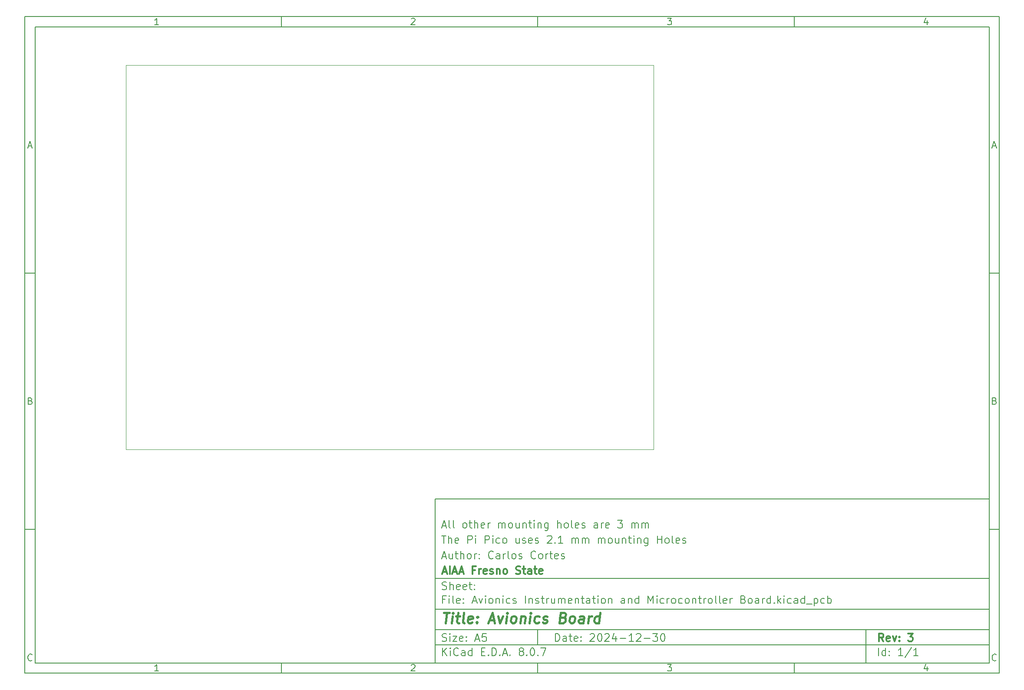
<source format=gbr>
%TF.GenerationSoftware,KiCad,Pcbnew,8.0.7*%
%TF.CreationDate,2024-12-31T14:19:16-08:00*%
%TF.ProjectId,Avionics Instrumentation and Microcontroller Board,4176696f-6e69-4637-9320-496e73747275,3*%
%TF.SameCoordinates,Original*%
%TF.FileFunction,Profile,NP*%
%FSLAX46Y46*%
G04 Gerber Fmt 4.6, Leading zero omitted, Abs format (unit mm)*
G04 Created by KiCad (PCBNEW 8.0.7) date 2024-12-31 14:19:16*
%MOMM*%
%LPD*%
G01*
G04 APERTURE LIST*
%ADD10C,0.100000*%
%ADD11C,0.150000*%
%ADD12C,0.300000*%
%ADD13C,0.400000*%
%TA.AperFunction,Profile*%
%ADD14C,0.050000*%
%TD*%
G04 APERTURE END LIST*
D10*
D11*
X90007200Y-104005800D02*
X198007200Y-104005800D01*
X198007200Y-136005800D01*
X90007200Y-136005800D01*
X90007200Y-104005800D01*
D10*
D11*
X10000000Y-10000000D02*
X200007200Y-10000000D01*
X200007200Y-138005800D01*
X10000000Y-138005800D01*
X10000000Y-10000000D01*
D10*
D11*
X12000000Y-12000000D02*
X198007200Y-12000000D01*
X198007200Y-136005800D01*
X12000000Y-136005800D01*
X12000000Y-12000000D01*
D10*
D11*
X60000000Y-12000000D02*
X60000000Y-10000000D01*
D10*
D11*
X110000000Y-12000000D02*
X110000000Y-10000000D01*
D10*
D11*
X160000000Y-12000000D02*
X160000000Y-10000000D01*
D10*
D11*
X36089160Y-11593604D02*
X35346303Y-11593604D01*
X35717731Y-11593604D02*
X35717731Y-10293604D01*
X35717731Y-10293604D02*
X35593922Y-10479319D01*
X35593922Y-10479319D02*
X35470112Y-10603128D01*
X35470112Y-10603128D02*
X35346303Y-10665033D01*
D10*
D11*
X85346303Y-10417414D02*
X85408207Y-10355509D01*
X85408207Y-10355509D02*
X85532017Y-10293604D01*
X85532017Y-10293604D02*
X85841541Y-10293604D01*
X85841541Y-10293604D02*
X85965350Y-10355509D01*
X85965350Y-10355509D02*
X86027255Y-10417414D01*
X86027255Y-10417414D02*
X86089160Y-10541223D01*
X86089160Y-10541223D02*
X86089160Y-10665033D01*
X86089160Y-10665033D02*
X86027255Y-10850747D01*
X86027255Y-10850747D02*
X85284398Y-11593604D01*
X85284398Y-11593604D02*
X86089160Y-11593604D01*
D10*
D11*
X135284398Y-10293604D02*
X136089160Y-10293604D01*
X136089160Y-10293604D02*
X135655826Y-10788842D01*
X135655826Y-10788842D02*
X135841541Y-10788842D01*
X135841541Y-10788842D02*
X135965350Y-10850747D01*
X135965350Y-10850747D02*
X136027255Y-10912652D01*
X136027255Y-10912652D02*
X136089160Y-11036461D01*
X136089160Y-11036461D02*
X136089160Y-11345985D01*
X136089160Y-11345985D02*
X136027255Y-11469795D01*
X136027255Y-11469795D02*
X135965350Y-11531700D01*
X135965350Y-11531700D02*
X135841541Y-11593604D01*
X135841541Y-11593604D02*
X135470112Y-11593604D01*
X135470112Y-11593604D02*
X135346303Y-11531700D01*
X135346303Y-11531700D02*
X135284398Y-11469795D01*
D10*
D11*
X185965350Y-10726938D02*
X185965350Y-11593604D01*
X185655826Y-10231700D02*
X185346303Y-11160271D01*
X185346303Y-11160271D02*
X186151064Y-11160271D01*
D10*
D11*
X60000000Y-136005800D02*
X60000000Y-138005800D01*
D10*
D11*
X110000000Y-136005800D02*
X110000000Y-138005800D01*
D10*
D11*
X160000000Y-136005800D02*
X160000000Y-138005800D01*
D10*
D11*
X36089160Y-137599404D02*
X35346303Y-137599404D01*
X35717731Y-137599404D02*
X35717731Y-136299404D01*
X35717731Y-136299404D02*
X35593922Y-136485119D01*
X35593922Y-136485119D02*
X35470112Y-136608928D01*
X35470112Y-136608928D02*
X35346303Y-136670833D01*
D10*
D11*
X85346303Y-136423214D02*
X85408207Y-136361309D01*
X85408207Y-136361309D02*
X85532017Y-136299404D01*
X85532017Y-136299404D02*
X85841541Y-136299404D01*
X85841541Y-136299404D02*
X85965350Y-136361309D01*
X85965350Y-136361309D02*
X86027255Y-136423214D01*
X86027255Y-136423214D02*
X86089160Y-136547023D01*
X86089160Y-136547023D02*
X86089160Y-136670833D01*
X86089160Y-136670833D02*
X86027255Y-136856547D01*
X86027255Y-136856547D02*
X85284398Y-137599404D01*
X85284398Y-137599404D02*
X86089160Y-137599404D01*
D10*
D11*
X135284398Y-136299404D02*
X136089160Y-136299404D01*
X136089160Y-136299404D02*
X135655826Y-136794642D01*
X135655826Y-136794642D02*
X135841541Y-136794642D01*
X135841541Y-136794642D02*
X135965350Y-136856547D01*
X135965350Y-136856547D02*
X136027255Y-136918452D01*
X136027255Y-136918452D02*
X136089160Y-137042261D01*
X136089160Y-137042261D02*
X136089160Y-137351785D01*
X136089160Y-137351785D02*
X136027255Y-137475595D01*
X136027255Y-137475595D02*
X135965350Y-137537500D01*
X135965350Y-137537500D02*
X135841541Y-137599404D01*
X135841541Y-137599404D02*
X135470112Y-137599404D01*
X135470112Y-137599404D02*
X135346303Y-137537500D01*
X135346303Y-137537500D02*
X135284398Y-137475595D01*
D10*
D11*
X185965350Y-136732738D02*
X185965350Y-137599404D01*
X185655826Y-136237500D02*
X185346303Y-137166071D01*
X185346303Y-137166071D02*
X186151064Y-137166071D01*
D10*
D11*
X10000000Y-60000000D02*
X12000000Y-60000000D01*
D10*
D11*
X10000000Y-110000000D02*
X12000000Y-110000000D01*
D10*
D11*
X10690476Y-35222176D02*
X11309523Y-35222176D01*
X10566666Y-35593604D02*
X10999999Y-34293604D01*
X10999999Y-34293604D02*
X11433333Y-35593604D01*
D10*
D11*
X11092857Y-84912652D02*
X11278571Y-84974557D01*
X11278571Y-84974557D02*
X11340476Y-85036461D01*
X11340476Y-85036461D02*
X11402380Y-85160271D01*
X11402380Y-85160271D02*
X11402380Y-85345985D01*
X11402380Y-85345985D02*
X11340476Y-85469795D01*
X11340476Y-85469795D02*
X11278571Y-85531700D01*
X11278571Y-85531700D02*
X11154761Y-85593604D01*
X11154761Y-85593604D02*
X10659523Y-85593604D01*
X10659523Y-85593604D02*
X10659523Y-84293604D01*
X10659523Y-84293604D02*
X11092857Y-84293604D01*
X11092857Y-84293604D02*
X11216666Y-84355509D01*
X11216666Y-84355509D02*
X11278571Y-84417414D01*
X11278571Y-84417414D02*
X11340476Y-84541223D01*
X11340476Y-84541223D02*
X11340476Y-84665033D01*
X11340476Y-84665033D02*
X11278571Y-84788842D01*
X11278571Y-84788842D02*
X11216666Y-84850747D01*
X11216666Y-84850747D02*
X11092857Y-84912652D01*
X11092857Y-84912652D02*
X10659523Y-84912652D01*
D10*
D11*
X11402380Y-135469795D02*
X11340476Y-135531700D01*
X11340476Y-135531700D02*
X11154761Y-135593604D01*
X11154761Y-135593604D02*
X11030952Y-135593604D01*
X11030952Y-135593604D02*
X10845238Y-135531700D01*
X10845238Y-135531700D02*
X10721428Y-135407890D01*
X10721428Y-135407890D02*
X10659523Y-135284080D01*
X10659523Y-135284080D02*
X10597619Y-135036461D01*
X10597619Y-135036461D02*
X10597619Y-134850747D01*
X10597619Y-134850747D02*
X10659523Y-134603128D01*
X10659523Y-134603128D02*
X10721428Y-134479319D01*
X10721428Y-134479319D02*
X10845238Y-134355509D01*
X10845238Y-134355509D02*
X11030952Y-134293604D01*
X11030952Y-134293604D02*
X11154761Y-134293604D01*
X11154761Y-134293604D02*
X11340476Y-134355509D01*
X11340476Y-134355509D02*
X11402380Y-134417414D01*
D10*
D11*
X200007200Y-60000000D02*
X198007200Y-60000000D01*
D10*
D11*
X200007200Y-110000000D02*
X198007200Y-110000000D01*
D10*
D11*
X198697676Y-35222176D02*
X199316723Y-35222176D01*
X198573866Y-35593604D02*
X199007199Y-34293604D01*
X199007199Y-34293604D02*
X199440533Y-35593604D01*
D10*
D11*
X199100057Y-84912652D02*
X199285771Y-84974557D01*
X199285771Y-84974557D02*
X199347676Y-85036461D01*
X199347676Y-85036461D02*
X199409580Y-85160271D01*
X199409580Y-85160271D02*
X199409580Y-85345985D01*
X199409580Y-85345985D02*
X199347676Y-85469795D01*
X199347676Y-85469795D02*
X199285771Y-85531700D01*
X199285771Y-85531700D02*
X199161961Y-85593604D01*
X199161961Y-85593604D02*
X198666723Y-85593604D01*
X198666723Y-85593604D02*
X198666723Y-84293604D01*
X198666723Y-84293604D02*
X199100057Y-84293604D01*
X199100057Y-84293604D02*
X199223866Y-84355509D01*
X199223866Y-84355509D02*
X199285771Y-84417414D01*
X199285771Y-84417414D02*
X199347676Y-84541223D01*
X199347676Y-84541223D02*
X199347676Y-84665033D01*
X199347676Y-84665033D02*
X199285771Y-84788842D01*
X199285771Y-84788842D02*
X199223866Y-84850747D01*
X199223866Y-84850747D02*
X199100057Y-84912652D01*
X199100057Y-84912652D02*
X198666723Y-84912652D01*
D10*
D11*
X199409580Y-135469795D02*
X199347676Y-135531700D01*
X199347676Y-135531700D02*
X199161961Y-135593604D01*
X199161961Y-135593604D02*
X199038152Y-135593604D01*
X199038152Y-135593604D02*
X198852438Y-135531700D01*
X198852438Y-135531700D02*
X198728628Y-135407890D01*
X198728628Y-135407890D02*
X198666723Y-135284080D01*
X198666723Y-135284080D02*
X198604819Y-135036461D01*
X198604819Y-135036461D02*
X198604819Y-134850747D01*
X198604819Y-134850747D02*
X198666723Y-134603128D01*
X198666723Y-134603128D02*
X198728628Y-134479319D01*
X198728628Y-134479319D02*
X198852438Y-134355509D01*
X198852438Y-134355509D02*
X199038152Y-134293604D01*
X199038152Y-134293604D02*
X199161961Y-134293604D01*
X199161961Y-134293604D02*
X199347676Y-134355509D01*
X199347676Y-134355509D02*
X199409580Y-134417414D01*
D10*
D11*
X113463026Y-131791928D02*
X113463026Y-130291928D01*
X113463026Y-130291928D02*
X113820169Y-130291928D01*
X113820169Y-130291928D02*
X114034455Y-130363357D01*
X114034455Y-130363357D02*
X114177312Y-130506214D01*
X114177312Y-130506214D02*
X114248741Y-130649071D01*
X114248741Y-130649071D02*
X114320169Y-130934785D01*
X114320169Y-130934785D02*
X114320169Y-131149071D01*
X114320169Y-131149071D02*
X114248741Y-131434785D01*
X114248741Y-131434785D02*
X114177312Y-131577642D01*
X114177312Y-131577642D02*
X114034455Y-131720500D01*
X114034455Y-131720500D02*
X113820169Y-131791928D01*
X113820169Y-131791928D02*
X113463026Y-131791928D01*
X115605884Y-131791928D02*
X115605884Y-131006214D01*
X115605884Y-131006214D02*
X115534455Y-130863357D01*
X115534455Y-130863357D02*
X115391598Y-130791928D01*
X115391598Y-130791928D02*
X115105884Y-130791928D01*
X115105884Y-130791928D02*
X114963026Y-130863357D01*
X115605884Y-131720500D02*
X115463026Y-131791928D01*
X115463026Y-131791928D02*
X115105884Y-131791928D01*
X115105884Y-131791928D02*
X114963026Y-131720500D01*
X114963026Y-131720500D02*
X114891598Y-131577642D01*
X114891598Y-131577642D02*
X114891598Y-131434785D01*
X114891598Y-131434785D02*
X114963026Y-131291928D01*
X114963026Y-131291928D02*
X115105884Y-131220500D01*
X115105884Y-131220500D02*
X115463026Y-131220500D01*
X115463026Y-131220500D02*
X115605884Y-131149071D01*
X116105884Y-130791928D02*
X116677312Y-130791928D01*
X116320169Y-130291928D02*
X116320169Y-131577642D01*
X116320169Y-131577642D02*
X116391598Y-131720500D01*
X116391598Y-131720500D02*
X116534455Y-131791928D01*
X116534455Y-131791928D02*
X116677312Y-131791928D01*
X117748741Y-131720500D02*
X117605884Y-131791928D01*
X117605884Y-131791928D02*
X117320170Y-131791928D01*
X117320170Y-131791928D02*
X117177312Y-131720500D01*
X117177312Y-131720500D02*
X117105884Y-131577642D01*
X117105884Y-131577642D02*
X117105884Y-131006214D01*
X117105884Y-131006214D02*
X117177312Y-130863357D01*
X117177312Y-130863357D02*
X117320170Y-130791928D01*
X117320170Y-130791928D02*
X117605884Y-130791928D01*
X117605884Y-130791928D02*
X117748741Y-130863357D01*
X117748741Y-130863357D02*
X117820170Y-131006214D01*
X117820170Y-131006214D02*
X117820170Y-131149071D01*
X117820170Y-131149071D02*
X117105884Y-131291928D01*
X118463026Y-131649071D02*
X118534455Y-131720500D01*
X118534455Y-131720500D02*
X118463026Y-131791928D01*
X118463026Y-131791928D02*
X118391598Y-131720500D01*
X118391598Y-131720500D02*
X118463026Y-131649071D01*
X118463026Y-131649071D02*
X118463026Y-131791928D01*
X118463026Y-130863357D02*
X118534455Y-130934785D01*
X118534455Y-130934785D02*
X118463026Y-131006214D01*
X118463026Y-131006214D02*
X118391598Y-130934785D01*
X118391598Y-130934785D02*
X118463026Y-130863357D01*
X118463026Y-130863357D02*
X118463026Y-131006214D01*
X120248741Y-130434785D02*
X120320169Y-130363357D01*
X120320169Y-130363357D02*
X120463027Y-130291928D01*
X120463027Y-130291928D02*
X120820169Y-130291928D01*
X120820169Y-130291928D02*
X120963027Y-130363357D01*
X120963027Y-130363357D02*
X121034455Y-130434785D01*
X121034455Y-130434785D02*
X121105884Y-130577642D01*
X121105884Y-130577642D02*
X121105884Y-130720500D01*
X121105884Y-130720500D02*
X121034455Y-130934785D01*
X121034455Y-130934785D02*
X120177312Y-131791928D01*
X120177312Y-131791928D02*
X121105884Y-131791928D01*
X122034455Y-130291928D02*
X122177312Y-130291928D01*
X122177312Y-130291928D02*
X122320169Y-130363357D01*
X122320169Y-130363357D02*
X122391598Y-130434785D01*
X122391598Y-130434785D02*
X122463026Y-130577642D01*
X122463026Y-130577642D02*
X122534455Y-130863357D01*
X122534455Y-130863357D02*
X122534455Y-131220500D01*
X122534455Y-131220500D02*
X122463026Y-131506214D01*
X122463026Y-131506214D02*
X122391598Y-131649071D01*
X122391598Y-131649071D02*
X122320169Y-131720500D01*
X122320169Y-131720500D02*
X122177312Y-131791928D01*
X122177312Y-131791928D02*
X122034455Y-131791928D01*
X122034455Y-131791928D02*
X121891598Y-131720500D01*
X121891598Y-131720500D02*
X121820169Y-131649071D01*
X121820169Y-131649071D02*
X121748740Y-131506214D01*
X121748740Y-131506214D02*
X121677312Y-131220500D01*
X121677312Y-131220500D02*
X121677312Y-130863357D01*
X121677312Y-130863357D02*
X121748740Y-130577642D01*
X121748740Y-130577642D02*
X121820169Y-130434785D01*
X121820169Y-130434785D02*
X121891598Y-130363357D01*
X121891598Y-130363357D02*
X122034455Y-130291928D01*
X123105883Y-130434785D02*
X123177311Y-130363357D01*
X123177311Y-130363357D02*
X123320169Y-130291928D01*
X123320169Y-130291928D02*
X123677311Y-130291928D01*
X123677311Y-130291928D02*
X123820169Y-130363357D01*
X123820169Y-130363357D02*
X123891597Y-130434785D01*
X123891597Y-130434785D02*
X123963026Y-130577642D01*
X123963026Y-130577642D02*
X123963026Y-130720500D01*
X123963026Y-130720500D02*
X123891597Y-130934785D01*
X123891597Y-130934785D02*
X123034454Y-131791928D01*
X123034454Y-131791928D02*
X123963026Y-131791928D01*
X125248740Y-130791928D02*
X125248740Y-131791928D01*
X124891597Y-130220500D02*
X124534454Y-131291928D01*
X124534454Y-131291928D02*
X125463025Y-131291928D01*
X126034453Y-131220500D02*
X127177311Y-131220500D01*
X128677311Y-131791928D02*
X127820168Y-131791928D01*
X128248739Y-131791928D02*
X128248739Y-130291928D01*
X128248739Y-130291928D02*
X128105882Y-130506214D01*
X128105882Y-130506214D02*
X127963025Y-130649071D01*
X127963025Y-130649071D02*
X127820168Y-130720500D01*
X129248739Y-130434785D02*
X129320167Y-130363357D01*
X129320167Y-130363357D02*
X129463025Y-130291928D01*
X129463025Y-130291928D02*
X129820167Y-130291928D01*
X129820167Y-130291928D02*
X129963025Y-130363357D01*
X129963025Y-130363357D02*
X130034453Y-130434785D01*
X130034453Y-130434785D02*
X130105882Y-130577642D01*
X130105882Y-130577642D02*
X130105882Y-130720500D01*
X130105882Y-130720500D02*
X130034453Y-130934785D01*
X130034453Y-130934785D02*
X129177310Y-131791928D01*
X129177310Y-131791928D02*
X130105882Y-131791928D01*
X130748738Y-131220500D02*
X131891596Y-131220500D01*
X132463024Y-130291928D02*
X133391596Y-130291928D01*
X133391596Y-130291928D02*
X132891596Y-130863357D01*
X132891596Y-130863357D02*
X133105881Y-130863357D01*
X133105881Y-130863357D02*
X133248739Y-130934785D01*
X133248739Y-130934785D02*
X133320167Y-131006214D01*
X133320167Y-131006214D02*
X133391596Y-131149071D01*
X133391596Y-131149071D02*
X133391596Y-131506214D01*
X133391596Y-131506214D02*
X133320167Y-131649071D01*
X133320167Y-131649071D02*
X133248739Y-131720500D01*
X133248739Y-131720500D02*
X133105881Y-131791928D01*
X133105881Y-131791928D02*
X132677310Y-131791928D01*
X132677310Y-131791928D02*
X132534453Y-131720500D01*
X132534453Y-131720500D02*
X132463024Y-131649071D01*
X134320167Y-130291928D02*
X134463024Y-130291928D01*
X134463024Y-130291928D02*
X134605881Y-130363357D01*
X134605881Y-130363357D02*
X134677310Y-130434785D01*
X134677310Y-130434785D02*
X134748738Y-130577642D01*
X134748738Y-130577642D02*
X134820167Y-130863357D01*
X134820167Y-130863357D02*
X134820167Y-131220500D01*
X134820167Y-131220500D02*
X134748738Y-131506214D01*
X134748738Y-131506214D02*
X134677310Y-131649071D01*
X134677310Y-131649071D02*
X134605881Y-131720500D01*
X134605881Y-131720500D02*
X134463024Y-131791928D01*
X134463024Y-131791928D02*
X134320167Y-131791928D01*
X134320167Y-131791928D02*
X134177310Y-131720500D01*
X134177310Y-131720500D02*
X134105881Y-131649071D01*
X134105881Y-131649071D02*
X134034452Y-131506214D01*
X134034452Y-131506214D02*
X133963024Y-131220500D01*
X133963024Y-131220500D02*
X133963024Y-130863357D01*
X133963024Y-130863357D02*
X134034452Y-130577642D01*
X134034452Y-130577642D02*
X134105881Y-130434785D01*
X134105881Y-130434785D02*
X134177310Y-130363357D01*
X134177310Y-130363357D02*
X134320167Y-130291928D01*
D10*
D11*
X90007200Y-132505800D02*
X198007200Y-132505800D01*
D10*
D11*
X91463026Y-134591928D02*
X91463026Y-133091928D01*
X92320169Y-134591928D02*
X91677312Y-133734785D01*
X92320169Y-133091928D02*
X91463026Y-133949071D01*
X92963026Y-134591928D02*
X92963026Y-133591928D01*
X92963026Y-133091928D02*
X92891598Y-133163357D01*
X92891598Y-133163357D02*
X92963026Y-133234785D01*
X92963026Y-133234785D02*
X93034455Y-133163357D01*
X93034455Y-133163357D02*
X92963026Y-133091928D01*
X92963026Y-133091928D02*
X92963026Y-133234785D01*
X94534455Y-134449071D02*
X94463027Y-134520500D01*
X94463027Y-134520500D02*
X94248741Y-134591928D01*
X94248741Y-134591928D02*
X94105884Y-134591928D01*
X94105884Y-134591928D02*
X93891598Y-134520500D01*
X93891598Y-134520500D02*
X93748741Y-134377642D01*
X93748741Y-134377642D02*
X93677312Y-134234785D01*
X93677312Y-134234785D02*
X93605884Y-133949071D01*
X93605884Y-133949071D02*
X93605884Y-133734785D01*
X93605884Y-133734785D02*
X93677312Y-133449071D01*
X93677312Y-133449071D02*
X93748741Y-133306214D01*
X93748741Y-133306214D02*
X93891598Y-133163357D01*
X93891598Y-133163357D02*
X94105884Y-133091928D01*
X94105884Y-133091928D02*
X94248741Y-133091928D01*
X94248741Y-133091928D02*
X94463027Y-133163357D01*
X94463027Y-133163357D02*
X94534455Y-133234785D01*
X95820170Y-134591928D02*
X95820170Y-133806214D01*
X95820170Y-133806214D02*
X95748741Y-133663357D01*
X95748741Y-133663357D02*
X95605884Y-133591928D01*
X95605884Y-133591928D02*
X95320170Y-133591928D01*
X95320170Y-133591928D02*
X95177312Y-133663357D01*
X95820170Y-134520500D02*
X95677312Y-134591928D01*
X95677312Y-134591928D02*
X95320170Y-134591928D01*
X95320170Y-134591928D02*
X95177312Y-134520500D01*
X95177312Y-134520500D02*
X95105884Y-134377642D01*
X95105884Y-134377642D02*
X95105884Y-134234785D01*
X95105884Y-134234785D02*
X95177312Y-134091928D01*
X95177312Y-134091928D02*
X95320170Y-134020500D01*
X95320170Y-134020500D02*
X95677312Y-134020500D01*
X95677312Y-134020500D02*
X95820170Y-133949071D01*
X97177313Y-134591928D02*
X97177313Y-133091928D01*
X97177313Y-134520500D02*
X97034455Y-134591928D01*
X97034455Y-134591928D02*
X96748741Y-134591928D01*
X96748741Y-134591928D02*
X96605884Y-134520500D01*
X96605884Y-134520500D02*
X96534455Y-134449071D01*
X96534455Y-134449071D02*
X96463027Y-134306214D01*
X96463027Y-134306214D02*
X96463027Y-133877642D01*
X96463027Y-133877642D02*
X96534455Y-133734785D01*
X96534455Y-133734785D02*
X96605884Y-133663357D01*
X96605884Y-133663357D02*
X96748741Y-133591928D01*
X96748741Y-133591928D02*
X97034455Y-133591928D01*
X97034455Y-133591928D02*
X97177313Y-133663357D01*
X99034455Y-133806214D02*
X99534455Y-133806214D01*
X99748741Y-134591928D02*
X99034455Y-134591928D01*
X99034455Y-134591928D02*
X99034455Y-133091928D01*
X99034455Y-133091928D02*
X99748741Y-133091928D01*
X100391598Y-134449071D02*
X100463027Y-134520500D01*
X100463027Y-134520500D02*
X100391598Y-134591928D01*
X100391598Y-134591928D02*
X100320170Y-134520500D01*
X100320170Y-134520500D02*
X100391598Y-134449071D01*
X100391598Y-134449071D02*
X100391598Y-134591928D01*
X101105884Y-134591928D02*
X101105884Y-133091928D01*
X101105884Y-133091928D02*
X101463027Y-133091928D01*
X101463027Y-133091928D02*
X101677313Y-133163357D01*
X101677313Y-133163357D02*
X101820170Y-133306214D01*
X101820170Y-133306214D02*
X101891599Y-133449071D01*
X101891599Y-133449071D02*
X101963027Y-133734785D01*
X101963027Y-133734785D02*
X101963027Y-133949071D01*
X101963027Y-133949071D02*
X101891599Y-134234785D01*
X101891599Y-134234785D02*
X101820170Y-134377642D01*
X101820170Y-134377642D02*
X101677313Y-134520500D01*
X101677313Y-134520500D02*
X101463027Y-134591928D01*
X101463027Y-134591928D02*
X101105884Y-134591928D01*
X102605884Y-134449071D02*
X102677313Y-134520500D01*
X102677313Y-134520500D02*
X102605884Y-134591928D01*
X102605884Y-134591928D02*
X102534456Y-134520500D01*
X102534456Y-134520500D02*
X102605884Y-134449071D01*
X102605884Y-134449071D02*
X102605884Y-134591928D01*
X103248742Y-134163357D02*
X103963028Y-134163357D01*
X103105885Y-134591928D02*
X103605885Y-133091928D01*
X103605885Y-133091928D02*
X104105885Y-134591928D01*
X104605884Y-134449071D02*
X104677313Y-134520500D01*
X104677313Y-134520500D02*
X104605884Y-134591928D01*
X104605884Y-134591928D02*
X104534456Y-134520500D01*
X104534456Y-134520500D02*
X104605884Y-134449071D01*
X104605884Y-134449071D02*
X104605884Y-134591928D01*
X106677313Y-133734785D02*
X106534456Y-133663357D01*
X106534456Y-133663357D02*
X106463027Y-133591928D01*
X106463027Y-133591928D02*
X106391599Y-133449071D01*
X106391599Y-133449071D02*
X106391599Y-133377642D01*
X106391599Y-133377642D02*
X106463027Y-133234785D01*
X106463027Y-133234785D02*
X106534456Y-133163357D01*
X106534456Y-133163357D02*
X106677313Y-133091928D01*
X106677313Y-133091928D02*
X106963027Y-133091928D01*
X106963027Y-133091928D02*
X107105885Y-133163357D01*
X107105885Y-133163357D02*
X107177313Y-133234785D01*
X107177313Y-133234785D02*
X107248742Y-133377642D01*
X107248742Y-133377642D02*
X107248742Y-133449071D01*
X107248742Y-133449071D02*
X107177313Y-133591928D01*
X107177313Y-133591928D02*
X107105885Y-133663357D01*
X107105885Y-133663357D02*
X106963027Y-133734785D01*
X106963027Y-133734785D02*
X106677313Y-133734785D01*
X106677313Y-133734785D02*
X106534456Y-133806214D01*
X106534456Y-133806214D02*
X106463027Y-133877642D01*
X106463027Y-133877642D02*
X106391599Y-134020500D01*
X106391599Y-134020500D02*
X106391599Y-134306214D01*
X106391599Y-134306214D02*
X106463027Y-134449071D01*
X106463027Y-134449071D02*
X106534456Y-134520500D01*
X106534456Y-134520500D02*
X106677313Y-134591928D01*
X106677313Y-134591928D02*
X106963027Y-134591928D01*
X106963027Y-134591928D02*
X107105885Y-134520500D01*
X107105885Y-134520500D02*
X107177313Y-134449071D01*
X107177313Y-134449071D02*
X107248742Y-134306214D01*
X107248742Y-134306214D02*
X107248742Y-134020500D01*
X107248742Y-134020500D02*
X107177313Y-133877642D01*
X107177313Y-133877642D02*
X107105885Y-133806214D01*
X107105885Y-133806214D02*
X106963027Y-133734785D01*
X107891598Y-134449071D02*
X107963027Y-134520500D01*
X107963027Y-134520500D02*
X107891598Y-134591928D01*
X107891598Y-134591928D02*
X107820170Y-134520500D01*
X107820170Y-134520500D02*
X107891598Y-134449071D01*
X107891598Y-134449071D02*
X107891598Y-134591928D01*
X108891599Y-133091928D02*
X109034456Y-133091928D01*
X109034456Y-133091928D02*
X109177313Y-133163357D01*
X109177313Y-133163357D02*
X109248742Y-133234785D01*
X109248742Y-133234785D02*
X109320170Y-133377642D01*
X109320170Y-133377642D02*
X109391599Y-133663357D01*
X109391599Y-133663357D02*
X109391599Y-134020500D01*
X109391599Y-134020500D02*
X109320170Y-134306214D01*
X109320170Y-134306214D02*
X109248742Y-134449071D01*
X109248742Y-134449071D02*
X109177313Y-134520500D01*
X109177313Y-134520500D02*
X109034456Y-134591928D01*
X109034456Y-134591928D02*
X108891599Y-134591928D01*
X108891599Y-134591928D02*
X108748742Y-134520500D01*
X108748742Y-134520500D02*
X108677313Y-134449071D01*
X108677313Y-134449071D02*
X108605884Y-134306214D01*
X108605884Y-134306214D02*
X108534456Y-134020500D01*
X108534456Y-134020500D02*
X108534456Y-133663357D01*
X108534456Y-133663357D02*
X108605884Y-133377642D01*
X108605884Y-133377642D02*
X108677313Y-133234785D01*
X108677313Y-133234785D02*
X108748742Y-133163357D01*
X108748742Y-133163357D02*
X108891599Y-133091928D01*
X110034455Y-134449071D02*
X110105884Y-134520500D01*
X110105884Y-134520500D02*
X110034455Y-134591928D01*
X110034455Y-134591928D02*
X109963027Y-134520500D01*
X109963027Y-134520500D02*
X110034455Y-134449071D01*
X110034455Y-134449071D02*
X110034455Y-134591928D01*
X110605884Y-133091928D02*
X111605884Y-133091928D01*
X111605884Y-133091928D02*
X110963027Y-134591928D01*
D10*
D11*
X90007200Y-129505800D02*
X198007200Y-129505800D01*
D10*
D12*
X177418853Y-131784128D02*
X176918853Y-131069842D01*
X176561710Y-131784128D02*
X176561710Y-130284128D01*
X176561710Y-130284128D02*
X177133139Y-130284128D01*
X177133139Y-130284128D02*
X177275996Y-130355557D01*
X177275996Y-130355557D02*
X177347425Y-130426985D01*
X177347425Y-130426985D02*
X177418853Y-130569842D01*
X177418853Y-130569842D02*
X177418853Y-130784128D01*
X177418853Y-130784128D02*
X177347425Y-130926985D01*
X177347425Y-130926985D02*
X177275996Y-130998414D01*
X177275996Y-130998414D02*
X177133139Y-131069842D01*
X177133139Y-131069842D02*
X176561710Y-131069842D01*
X178633139Y-131712700D02*
X178490282Y-131784128D01*
X178490282Y-131784128D02*
X178204568Y-131784128D01*
X178204568Y-131784128D02*
X178061710Y-131712700D01*
X178061710Y-131712700D02*
X177990282Y-131569842D01*
X177990282Y-131569842D02*
X177990282Y-130998414D01*
X177990282Y-130998414D02*
X178061710Y-130855557D01*
X178061710Y-130855557D02*
X178204568Y-130784128D01*
X178204568Y-130784128D02*
X178490282Y-130784128D01*
X178490282Y-130784128D02*
X178633139Y-130855557D01*
X178633139Y-130855557D02*
X178704568Y-130998414D01*
X178704568Y-130998414D02*
X178704568Y-131141271D01*
X178704568Y-131141271D02*
X177990282Y-131284128D01*
X179204567Y-130784128D02*
X179561710Y-131784128D01*
X179561710Y-131784128D02*
X179918853Y-130784128D01*
X180490281Y-131641271D02*
X180561710Y-131712700D01*
X180561710Y-131712700D02*
X180490281Y-131784128D01*
X180490281Y-131784128D02*
X180418853Y-131712700D01*
X180418853Y-131712700D02*
X180490281Y-131641271D01*
X180490281Y-131641271D02*
X180490281Y-131784128D01*
X180490281Y-130855557D02*
X180561710Y-130926985D01*
X180561710Y-130926985D02*
X180490281Y-130998414D01*
X180490281Y-130998414D02*
X180418853Y-130926985D01*
X180418853Y-130926985D02*
X180490281Y-130855557D01*
X180490281Y-130855557D02*
X180490281Y-130998414D01*
X182204567Y-130284128D02*
X183133139Y-130284128D01*
X183133139Y-130284128D02*
X182633139Y-130855557D01*
X182633139Y-130855557D02*
X182847424Y-130855557D01*
X182847424Y-130855557D02*
X182990282Y-130926985D01*
X182990282Y-130926985D02*
X183061710Y-130998414D01*
X183061710Y-130998414D02*
X183133139Y-131141271D01*
X183133139Y-131141271D02*
X183133139Y-131498414D01*
X183133139Y-131498414D02*
X183061710Y-131641271D01*
X183061710Y-131641271D02*
X182990282Y-131712700D01*
X182990282Y-131712700D02*
X182847424Y-131784128D01*
X182847424Y-131784128D02*
X182418853Y-131784128D01*
X182418853Y-131784128D02*
X182275996Y-131712700D01*
X182275996Y-131712700D02*
X182204567Y-131641271D01*
D10*
D11*
X91391598Y-131720500D02*
X91605884Y-131791928D01*
X91605884Y-131791928D02*
X91963026Y-131791928D01*
X91963026Y-131791928D02*
X92105884Y-131720500D01*
X92105884Y-131720500D02*
X92177312Y-131649071D01*
X92177312Y-131649071D02*
X92248741Y-131506214D01*
X92248741Y-131506214D02*
X92248741Y-131363357D01*
X92248741Y-131363357D02*
X92177312Y-131220500D01*
X92177312Y-131220500D02*
X92105884Y-131149071D01*
X92105884Y-131149071D02*
X91963026Y-131077642D01*
X91963026Y-131077642D02*
X91677312Y-131006214D01*
X91677312Y-131006214D02*
X91534455Y-130934785D01*
X91534455Y-130934785D02*
X91463026Y-130863357D01*
X91463026Y-130863357D02*
X91391598Y-130720500D01*
X91391598Y-130720500D02*
X91391598Y-130577642D01*
X91391598Y-130577642D02*
X91463026Y-130434785D01*
X91463026Y-130434785D02*
X91534455Y-130363357D01*
X91534455Y-130363357D02*
X91677312Y-130291928D01*
X91677312Y-130291928D02*
X92034455Y-130291928D01*
X92034455Y-130291928D02*
X92248741Y-130363357D01*
X92891597Y-131791928D02*
X92891597Y-130791928D01*
X92891597Y-130291928D02*
X92820169Y-130363357D01*
X92820169Y-130363357D02*
X92891597Y-130434785D01*
X92891597Y-130434785D02*
X92963026Y-130363357D01*
X92963026Y-130363357D02*
X92891597Y-130291928D01*
X92891597Y-130291928D02*
X92891597Y-130434785D01*
X93463026Y-130791928D02*
X94248741Y-130791928D01*
X94248741Y-130791928D02*
X93463026Y-131791928D01*
X93463026Y-131791928D02*
X94248741Y-131791928D01*
X95391598Y-131720500D02*
X95248741Y-131791928D01*
X95248741Y-131791928D02*
X94963027Y-131791928D01*
X94963027Y-131791928D02*
X94820169Y-131720500D01*
X94820169Y-131720500D02*
X94748741Y-131577642D01*
X94748741Y-131577642D02*
X94748741Y-131006214D01*
X94748741Y-131006214D02*
X94820169Y-130863357D01*
X94820169Y-130863357D02*
X94963027Y-130791928D01*
X94963027Y-130791928D02*
X95248741Y-130791928D01*
X95248741Y-130791928D02*
X95391598Y-130863357D01*
X95391598Y-130863357D02*
X95463027Y-131006214D01*
X95463027Y-131006214D02*
X95463027Y-131149071D01*
X95463027Y-131149071D02*
X94748741Y-131291928D01*
X96105883Y-131649071D02*
X96177312Y-131720500D01*
X96177312Y-131720500D02*
X96105883Y-131791928D01*
X96105883Y-131791928D02*
X96034455Y-131720500D01*
X96034455Y-131720500D02*
X96105883Y-131649071D01*
X96105883Y-131649071D02*
X96105883Y-131791928D01*
X96105883Y-130863357D02*
X96177312Y-130934785D01*
X96177312Y-130934785D02*
X96105883Y-131006214D01*
X96105883Y-131006214D02*
X96034455Y-130934785D01*
X96034455Y-130934785D02*
X96105883Y-130863357D01*
X96105883Y-130863357D02*
X96105883Y-131006214D01*
X97891598Y-131363357D02*
X98605884Y-131363357D01*
X97748741Y-131791928D02*
X98248741Y-130291928D01*
X98248741Y-130291928D02*
X98748741Y-131791928D01*
X99963026Y-130291928D02*
X99248740Y-130291928D01*
X99248740Y-130291928D02*
X99177312Y-131006214D01*
X99177312Y-131006214D02*
X99248740Y-130934785D01*
X99248740Y-130934785D02*
X99391598Y-130863357D01*
X99391598Y-130863357D02*
X99748740Y-130863357D01*
X99748740Y-130863357D02*
X99891598Y-130934785D01*
X99891598Y-130934785D02*
X99963026Y-131006214D01*
X99963026Y-131006214D02*
X100034455Y-131149071D01*
X100034455Y-131149071D02*
X100034455Y-131506214D01*
X100034455Y-131506214D02*
X99963026Y-131649071D01*
X99963026Y-131649071D02*
X99891598Y-131720500D01*
X99891598Y-131720500D02*
X99748740Y-131791928D01*
X99748740Y-131791928D02*
X99391598Y-131791928D01*
X99391598Y-131791928D02*
X99248740Y-131720500D01*
X99248740Y-131720500D02*
X99177312Y-131649071D01*
D10*
D11*
X176463026Y-134591928D02*
X176463026Y-133091928D01*
X177820170Y-134591928D02*
X177820170Y-133091928D01*
X177820170Y-134520500D02*
X177677312Y-134591928D01*
X177677312Y-134591928D02*
X177391598Y-134591928D01*
X177391598Y-134591928D02*
X177248741Y-134520500D01*
X177248741Y-134520500D02*
X177177312Y-134449071D01*
X177177312Y-134449071D02*
X177105884Y-134306214D01*
X177105884Y-134306214D02*
X177105884Y-133877642D01*
X177105884Y-133877642D02*
X177177312Y-133734785D01*
X177177312Y-133734785D02*
X177248741Y-133663357D01*
X177248741Y-133663357D02*
X177391598Y-133591928D01*
X177391598Y-133591928D02*
X177677312Y-133591928D01*
X177677312Y-133591928D02*
X177820170Y-133663357D01*
X178534455Y-134449071D02*
X178605884Y-134520500D01*
X178605884Y-134520500D02*
X178534455Y-134591928D01*
X178534455Y-134591928D02*
X178463027Y-134520500D01*
X178463027Y-134520500D02*
X178534455Y-134449071D01*
X178534455Y-134449071D02*
X178534455Y-134591928D01*
X178534455Y-133663357D02*
X178605884Y-133734785D01*
X178605884Y-133734785D02*
X178534455Y-133806214D01*
X178534455Y-133806214D02*
X178463027Y-133734785D01*
X178463027Y-133734785D02*
X178534455Y-133663357D01*
X178534455Y-133663357D02*
X178534455Y-133806214D01*
X181177313Y-134591928D02*
X180320170Y-134591928D01*
X180748741Y-134591928D02*
X180748741Y-133091928D01*
X180748741Y-133091928D02*
X180605884Y-133306214D01*
X180605884Y-133306214D02*
X180463027Y-133449071D01*
X180463027Y-133449071D02*
X180320170Y-133520500D01*
X182891598Y-133020500D02*
X181605884Y-134949071D01*
X184177313Y-134591928D02*
X183320170Y-134591928D01*
X183748741Y-134591928D02*
X183748741Y-133091928D01*
X183748741Y-133091928D02*
X183605884Y-133306214D01*
X183605884Y-133306214D02*
X183463027Y-133449071D01*
X183463027Y-133449071D02*
X183320170Y-133520500D01*
D10*
D11*
X90007200Y-125505800D02*
X198007200Y-125505800D01*
D10*
D13*
X91698928Y-126210238D02*
X92841785Y-126210238D01*
X92020357Y-128210238D02*
X92270357Y-126210238D01*
X93258452Y-128210238D02*
X93425119Y-126876904D01*
X93508452Y-126210238D02*
X93401309Y-126305476D01*
X93401309Y-126305476D02*
X93484643Y-126400714D01*
X93484643Y-126400714D02*
X93591786Y-126305476D01*
X93591786Y-126305476D02*
X93508452Y-126210238D01*
X93508452Y-126210238D02*
X93484643Y-126400714D01*
X94091786Y-126876904D02*
X94853690Y-126876904D01*
X94460833Y-126210238D02*
X94246548Y-127924523D01*
X94246548Y-127924523D02*
X94317976Y-128115000D01*
X94317976Y-128115000D02*
X94496548Y-128210238D01*
X94496548Y-128210238D02*
X94687024Y-128210238D01*
X95639405Y-128210238D02*
X95460833Y-128115000D01*
X95460833Y-128115000D02*
X95389405Y-127924523D01*
X95389405Y-127924523D02*
X95603690Y-126210238D01*
X97175119Y-128115000D02*
X96972738Y-128210238D01*
X96972738Y-128210238D02*
X96591785Y-128210238D01*
X96591785Y-128210238D02*
X96413214Y-128115000D01*
X96413214Y-128115000D02*
X96341785Y-127924523D01*
X96341785Y-127924523D02*
X96437024Y-127162619D01*
X96437024Y-127162619D02*
X96556071Y-126972142D01*
X96556071Y-126972142D02*
X96758452Y-126876904D01*
X96758452Y-126876904D02*
X97139404Y-126876904D01*
X97139404Y-126876904D02*
X97317976Y-126972142D01*
X97317976Y-126972142D02*
X97389404Y-127162619D01*
X97389404Y-127162619D02*
X97365595Y-127353095D01*
X97365595Y-127353095D02*
X96389404Y-127543571D01*
X98139405Y-128019761D02*
X98222738Y-128115000D01*
X98222738Y-128115000D02*
X98115595Y-128210238D01*
X98115595Y-128210238D02*
X98032262Y-128115000D01*
X98032262Y-128115000D02*
X98139405Y-128019761D01*
X98139405Y-128019761D02*
X98115595Y-128210238D01*
X98270357Y-126972142D02*
X98353690Y-127067380D01*
X98353690Y-127067380D02*
X98246548Y-127162619D01*
X98246548Y-127162619D02*
X98163214Y-127067380D01*
X98163214Y-127067380D02*
X98270357Y-126972142D01*
X98270357Y-126972142D02*
X98246548Y-127162619D01*
X100567977Y-127638809D02*
X101520358Y-127638809D01*
X100306072Y-128210238D02*
X101222739Y-126210238D01*
X101222739Y-126210238D02*
X101639405Y-128210238D01*
X102282263Y-126876904D02*
X102591787Y-128210238D01*
X102591787Y-128210238D02*
X103234644Y-126876904D01*
X103829882Y-128210238D02*
X103996549Y-126876904D01*
X104079882Y-126210238D02*
X103972739Y-126305476D01*
X103972739Y-126305476D02*
X104056073Y-126400714D01*
X104056073Y-126400714D02*
X104163216Y-126305476D01*
X104163216Y-126305476D02*
X104079882Y-126210238D01*
X104079882Y-126210238D02*
X104056073Y-126400714D01*
X105067978Y-128210238D02*
X104889406Y-128115000D01*
X104889406Y-128115000D02*
X104806073Y-128019761D01*
X104806073Y-128019761D02*
X104734644Y-127829285D01*
X104734644Y-127829285D02*
X104806073Y-127257857D01*
X104806073Y-127257857D02*
X104925120Y-127067380D01*
X104925120Y-127067380D02*
X105032263Y-126972142D01*
X105032263Y-126972142D02*
X105234644Y-126876904D01*
X105234644Y-126876904D02*
X105520358Y-126876904D01*
X105520358Y-126876904D02*
X105698930Y-126972142D01*
X105698930Y-126972142D02*
X105782263Y-127067380D01*
X105782263Y-127067380D02*
X105853692Y-127257857D01*
X105853692Y-127257857D02*
X105782263Y-127829285D01*
X105782263Y-127829285D02*
X105663216Y-128019761D01*
X105663216Y-128019761D02*
X105556073Y-128115000D01*
X105556073Y-128115000D02*
X105353692Y-128210238D01*
X105353692Y-128210238D02*
X105067978Y-128210238D01*
X106758454Y-126876904D02*
X106591787Y-128210238D01*
X106734644Y-127067380D02*
X106841787Y-126972142D01*
X106841787Y-126972142D02*
X107044168Y-126876904D01*
X107044168Y-126876904D02*
X107329882Y-126876904D01*
X107329882Y-126876904D02*
X107508454Y-126972142D01*
X107508454Y-126972142D02*
X107579882Y-127162619D01*
X107579882Y-127162619D02*
X107448930Y-128210238D01*
X108401311Y-128210238D02*
X108567978Y-126876904D01*
X108651311Y-126210238D02*
X108544168Y-126305476D01*
X108544168Y-126305476D02*
X108627502Y-126400714D01*
X108627502Y-126400714D02*
X108734645Y-126305476D01*
X108734645Y-126305476D02*
X108651311Y-126210238D01*
X108651311Y-126210238D02*
X108627502Y-126400714D01*
X110222740Y-128115000D02*
X110020359Y-128210238D01*
X110020359Y-128210238D02*
X109639407Y-128210238D01*
X109639407Y-128210238D02*
X109460835Y-128115000D01*
X109460835Y-128115000D02*
X109377502Y-128019761D01*
X109377502Y-128019761D02*
X109306073Y-127829285D01*
X109306073Y-127829285D02*
X109377502Y-127257857D01*
X109377502Y-127257857D02*
X109496549Y-127067380D01*
X109496549Y-127067380D02*
X109603692Y-126972142D01*
X109603692Y-126972142D02*
X109806073Y-126876904D01*
X109806073Y-126876904D02*
X110187026Y-126876904D01*
X110187026Y-126876904D02*
X110365597Y-126972142D01*
X110984645Y-128115000D02*
X111163216Y-128210238D01*
X111163216Y-128210238D02*
X111544169Y-128210238D01*
X111544169Y-128210238D02*
X111746550Y-128115000D01*
X111746550Y-128115000D02*
X111865597Y-127924523D01*
X111865597Y-127924523D02*
X111877502Y-127829285D01*
X111877502Y-127829285D02*
X111806073Y-127638809D01*
X111806073Y-127638809D02*
X111627502Y-127543571D01*
X111627502Y-127543571D02*
X111341788Y-127543571D01*
X111341788Y-127543571D02*
X111163216Y-127448333D01*
X111163216Y-127448333D02*
X111091788Y-127257857D01*
X111091788Y-127257857D02*
X111103693Y-127162619D01*
X111103693Y-127162619D02*
X111222740Y-126972142D01*
X111222740Y-126972142D02*
X111425121Y-126876904D01*
X111425121Y-126876904D02*
X111710835Y-126876904D01*
X111710835Y-126876904D02*
X111889407Y-126972142D01*
X115008455Y-127162619D02*
X115282265Y-127257857D01*
X115282265Y-127257857D02*
X115365598Y-127353095D01*
X115365598Y-127353095D02*
X115437027Y-127543571D01*
X115437027Y-127543571D02*
X115401312Y-127829285D01*
X115401312Y-127829285D02*
X115282265Y-128019761D01*
X115282265Y-128019761D02*
X115175122Y-128115000D01*
X115175122Y-128115000D02*
X114972741Y-128210238D01*
X114972741Y-128210238D02*
X114210836Y-128210238D01*
X114210836Y-128210238D02*
X114460836Y-126210238D01*
X114460836Y-126210238D02*
X115127503Y-126210238D01*
X115127503Y-126210238D02*
X115306074Y-126305476D01*
X115306074Y-126305476D02*
X115389408Y-126400714D01*
X115389408Y-126400714D02*
X115460836Y-126591190D01*
X115460836Y-126591190D02*
X115437027Y-126781666D01*
X115437027Y-126781666D02*
X115317979Y-126972142D01*
X115317979Y-126972142D02*
X115210836Y-127067380D01*
X115210836Y-127067380D02*
X115008455Y-127162619D01*
X115008455Y-127162619D02*
X114341789Y-127162619D01*
X116496551Y-128210238D02*
X116317979Y-128115000D01*
X116317979Y-128115000D02*
X116234646Y-128019761D01*
X116234646Y-128019761D02*
X116163217Y-127829285D01*
X116163217Y-127829285D02*
X116234646Y-127257857D01*
X116234646Y-127257857D02*
X116353693Y-127067380D01*
X116353693Y-127067380D02*
X116460836Y-126972142D01*
X116460836Y-126972142D02*
X116663217Y-126876904D01*
X116663217Y-126876904D02*
X116948931Y-126876904D01*
X116948931Y-126876904D02*
X117127503Y-126972142D01*
X117127503Y-126972142D02*
X117210836Y-127067380D01*
X117210836Y-127067380D02*
X117282265Y-127257857D01*
X117282265Y-127257857D02*
X117210836Y-127829285D01*
X117210836Y-127829285D02*
X117091789Y-128019761D01*
X117091789Y-128019761D02*
X116984646Y-128115000D01*
X116984646Y-128115000D02*
X116782265Y-128210238D01*
X116782265Y-128210238D02*
X116496551Y-128210238D01*
X118877503Y-128210238D02*
X119008455Y-127162619D01*
X119008455Y-127162619D02*
X118937027Y-126972142D01*
X118937027Y-126972142D02*
X118758455Y-126876904D01*
X118758455Y-126876904D02*
X118377503Y-126876904D01*
X118377503Y-126876904D02*
X118175122Y-126972142D01*
X118889408Y-128115000D02*
X118687027Y-128210238D01*
X118687027Y-128210238D02*
X118210836Y-128210238D01*
X118210836Y-128210238D02*
X118032265Y-128115000D01*
X118032265Y-128115000D02*
X117960836Y-127924523D01*
X117960836Y-127924523D02*
X117984646Y-127734047D01*
X117984646Y-127734047D02*
X118103694Y-127543571D01*
X118103694Y-127543571D02*
X118306075Y-127448333D01*
X118306075Y-127448333D02*
X118782265Y-127448333D01*
X118782265Y-127448333D02*
X118984646Y-127353095D01*
X119829884Y-128210238D02*
X119996551Y-126876904D01*
X119948932Y-127257857D02*
X120067979Y-127067380D01*
X120067979Y-127067380D02*
X120175122Y-126972142D01*
X120175122Y-126972142D02*
X120377503Y-126876904D01*
X120377503Y-126876904D02*
X120567979Y-126876904D01*
X121925122Y-128210238D02*
X122175122Y-126210238D01*
X121937027Y-128115000D02*
X121734646Y-128210238D01*
X121734646Y-128210238D02*
X121353694Y-128210238D01*
X121353694Y-128210238D02*
X121175122Y-128115000D01*
X121175122Y-128115000D02*
X121091789Y-128019761D01*
X121091789Y-128019761D02*
X121020360Y-127829285D01*
X121020360Y-127829285D02*
X121091789Y-127257857D01*
X121091789Y-127257857D02*
X121210836Y-127067380D01*
X121210836Y-127067380D02*
X121317979Y-126972142D01*
X121317979Y-126972142D02*
X121520360Y-126876904D01*
X121520360Y-126876904D02*
X121901313Y-126876904D01*
X121901313Y-126876904D02*
X122079884Y-126972142D01*
D10*
D11*
X91963026Y-123606214D02*
X91463026Y-123606214D01*
X91463026Y-124391928D02*
X91463026Y-122891928D01*
X91463026Y-122891928D02*
X92177312Y-122891928D01*
X92748740Y-124391928D02*
X92748740Y-123391928D01*
X92748740Y-122891928D02*
X92677312Y-122963357D01*
X92677312Y-122963357D02*
X92748740Y-123034785D01*
X92748740Y-123034785D02*
X92820169Y-122963357D01*
X92820169Y-122963357D02*
X92748740Y-122891928D01*
X92748740Y-122891928D02*
X92748740Y-123034785D01*
X93677312Y-124391928D02*
X93534455Y-124320500D01*
X93534455Y-124320500D02*
X93463026Y-124177642D01*
X93463026Y-124177642D02*
X93463026Y-122891928D01*
X94820169Y-124320500D02*
X94677312Y-124391928D01*
X94677312Y-124391928D02*
X94391598Y-124391928D01*
X94391598Y-124391928D02*
X94248740Y-124320500D01*
X94248740Y-124320500D02*
X94177312Y-124177642D01*
X94177312Y-124177642D02*
X94177312Y-123606214D01*
X94177312Y-123606214D02*
X94248740Y-123463357D01*
X94248740Y-123463357D02*
X94391598Y-123391928D01*
X94391598Y-123391928D02*
X94677312Y-123391928D01*
X94677312Y-123391928D02*
X94820169Y-123463357D01*
X94820169Y-123463357D02*
X94891598Y-123606214D01*
X94891598Y-123606214D02*
X94891598Y-123749071D01*
X94891598Y-123749071D02*
X94177312Y-123891928D01*
X95534454Y-124249071D02*
X95605883Y-124320500D01*
X95605883Y-124320500D02*
X95534454Y-124391928D01*
X95534454Y-124391928D02*
X95463026Y-124320500D01*
X95463026Y-124320500D02*
X95534454Y-124249071D01*
X95534454Y-124249071D02*
X95534454Y-124391928D01*
X95534454Y-123463357D02*
X95605883Y-123534785D01*
X95605883Y-123534785D02*
X95534454Y-123606214D01*
X95534454Y-123606214D02*
X95463026Y-123534785D01*
X95463026Y-123534785D02*
X95534454Y-123463357D01*
X95534454Y-123463357D02*
X95534454Y-123606214D01*
X97320169Y-123963357D02*
X98034455Y-123963357D01*
X97177312Y-124391928D02*
X97677312Y-122891928D01*
X97677312Y-122891928D02*
X98177312Y-124391928D01*
X98534454Y-123391928D02*
X98891597Y-124391928D01*
X98891597Y-124391928D02*
X99248740Y-123391928D01*
X99820168Y-124391928D02*
X99820168Y-123391928D01*
X99820168Y-122891928D02*
X99748740Y-122963357D01*
X99748740Y-122963357D02*
X99820168Y-123034785D01*
X99820168Y-123034785D02*
X99891597Y-122963357D01*
X99891597Y-122963357D02*
X99820168Y-122891928D01*
X99820168Y-122891928D02*
X99820168Y-123034785D01*
X100748740Y-124391928D02*
X100605883Y-124320500D01*
X100605883Y-124320500D02*
X100534454Y-124249071D01*
X100534454Y-124249071D02*
X100463026Y-124106214D01*
X100463026Y-124106214D02*
X100463026Y-123677642D01*
X100463026Y-123677642D02*
X100534454Y-123534785D01*
X100534454Y-123534785D02*
X100605883Y-123463357D01*
X100605883Y-123463357D02*
X100748740Y-123391928D01*
X100748740Y-123391928D02*
X100963026Y-123391928D01*
X100963026Y-123391928D02*
X101105883Y-123463357D01*
X101105883Y-123463357D02*
X101177312Y-123534785D01*
X101177312Y-123534785D02*
X101248740Y-123677642D01*
X101248740Y-123677642D02*
X101248740Y-124106214D01*
X101248740Y-124106214D02*
X101177312Y-124249071D01*
X101177312Y-124249071D02*
X101105883Y-124320500D01*
X101105883Y-124320500D02*
X100963026Y-124391928D01*
X100963026Y-124391928D02*
X100748740Y-124391928D01*
X101891597Y-123391928D02*
X101891597Y-124391928D01*
X101891597Y-123534785D02*
X101963026Y-123463357D01*
X101963026Y-123463357D02*
X102105883Y-123391928D01*
X102105883Y-123391928D02*
X102320169Y-123391928D01*
X102320169Y-123391928D02*
X102463026Y-123463357D01*
X102463026Y-123463357D02*
X102534455Y-123606214D01*
X102534455Y-123606214D02*
X102534455Y-124391928D01*
X103248740Y-124391928D02*
X103248740Y-123391928D01*
X103248740Y-122891928D02*
X103177312Y-122963357D01*
X103177312Y-122963357D02*
X103248740Y-123034785D01*
X103248740Y-123034785D02*
X103320169Y-122963357D01*
X103320169Y-122963357D02*
X103248740Y-122891928D01*
X103248740Y-122891928D02*
X103248740Y-123034785D01*
X104605884Y-124320500D02*
X104463026Y-124391928D01*
X104463026Y-124391928D02*
X104177312Y-124391928D01*
X104177312Y-124391928D02*
X104034455Y-124320500D01*
X104034455Y-124320500D02*
X103963026Y-124249071D01*
X103963026Y-124249071D02*
X103891598Y-124106214D01*
X103891598Y-124106214D02*
X103891598Y-123677642D01*
X103891598Y-123677642D02*
X103963026Y-123534785D01*
X103963026Y-123534785D02*
X104034455Y-123463357D01*
X104034455Y-123463357D02*
X104177312Y-123391928D01*
X104177312Y-123391928D02*
X104463026Y-123391928D01*
X104463026Y-123391928D02*
X104605884Y-123463357D01*
X105177312Y-124320500D02*
X105320169Y-124391928D01*
X105320169Y-124391928D02*
X105605883Y-124391928D01*
X105605883Y-124391928D02*
X105748740Y-124320500D01*
X105748740Y-124320500D02*
X105820169Y-124177642D01*
X105820169Y-124177642D02*
X105820169Y-124106214D01*
X105820169Y-124106214D02*
X105748740Y-123963357D01*
X105748740Y-123963357D02*
X105605883Y-123891928D01*
X105605883Y-123891928D02*
X105391598Y-123891928D01*
X105391598Y-123891928D02*
X105248740Y-123820500D01*
X105248740Y-123820500D02*
X105177312Y-123677642D01*
X105177312Y-123677642D02*
X105177312Y-123606214D01*
X105177312Y-123606214D02*
X105248740Y-123463357D01*
X105248740Y-123463357D02*
X105391598Y-123391928D01*
X105391598Y-123391928D02*
X105605883Y-123391928D01*
X105605883Y-123391928D02*
X105748740Y-123463357D01*
X107605883Y-124391928D02*
X107605883Y-122891928D01*
X108320169Y-123391928D02*
X108320169Y-124391928D01*
X108320169Y-123534785D02*
X108391598Y-123463357D01*
X108391598Y-123463357D02*
X108534455Y-123391928D01*
X108534455Y-123391928D02*
X108748741Y-123391928D01*
X108748741Y-123391928D02*
X108891598Y-123463357D01*
X108891598Y-123463357D02*
X108963027Y-123606214D01*
X108963027Y-123606214D02*
X108963027Y-124391928D01*
X109605884Y-124320500D02*
X109748741Y-124391928D01*
X109748741Y-124391928D02*
X110034455Y-124391928D01*
X110034455Y-124391928D02*
X110177312Y-124320500D01*
X110177312Y-124320500D02*
X110248741Y-124177642D01*
X110248741Y-124177642D02*
X110248741Y-124106214D01*
X110248741Y-124106214D02*
X110177312Y-123963357D01*
X110177312Y-123963357D02*
X110034455Y-123891928D01*
X110034455Y-123891928D02*
X109820170Y-123891928D01*
X109820170Y-123891928D02*
X109677312Y-123820500D01*
X109677312Y-123820500D02*
X109605884Y-123677642D01*
X109605884Y-123677642D02*
X109605884Y-123606214D01*
X109605884Y-123606214D02*
X109677312Y-123463357D01*
X109677312Y-123463357D02*
X109820170Y-123391928D01*
X109820170Y-123391928D02*
X110034455Y-123391928D01*
X110034455Y-123391928D02*
X110177312Y-123463357D01*
X110677313Y-123391928D02*
X111248741Y-123391928D01*
X110891598Y-122891928D02*
X110891598Y-124177642D01*
X110891598Y-124177642D02*
X110963027Y-124320500D01*
X110963027Y-124320500D02*
X111105884Y-124391928D01*
X111105884Y-124391928D02*
X111248741Y-124391928D01*
X111748741Y-124391928D02*
X111748741Y-123391928D01*
X111748741Y-123677642D02*
X111820170Y-123534785D01*
X111820170Y-123534785D02*
X111891599Y-123463357D01*
X111891599Y-123463357D02*
X112034456Y-123391928D01*
X112034456Y-123391928D02*
X112177313Y-123391928D01*
X113320170Y-123391928D02*
X113320170Y-124391928D01*
X112677312Y-123391928D02*
X112677312Y-124177642D01*
X112677312Y-124177642D02*
X112748741Y-124320500D01*
X112748741Y-124320500D02*
X112891598Y-124391928D01*
X112891598Y-124391928D02*
X113105884Y-124391928D01*
X113105884Y-124391928D02*
X113248741Y-124320500D01*
X113248741Y-124320500D02*
X113320170Y-124249071D01*
X114034455Y-124391928D02*
X114034455Y-123391928D01*
X114034455Y-123534785D02*
X114105884Y-123463357D01*
X114105884Y-123463357D02*
X114248741Y-123391928D01*
X114248741Y-123391928D02*
X114463027Y-123391928D01*
X114463027Y-123391928D02*
X114605884Y-123463357D01*
X114605884Y-123463357D02*
X114677313Y-123606214D01*
X114677313Y-123606214D02*
X114677313Y-124391928D01*
X114677313Y-123606214D02*
X114748741Y-123463357D01*
X114748741Y-123463357D02*
X114891598Y-123391928D01*
X114891598Y-123391928D02*
X115105884Y-123391928D01*
X115105884Y-123391928D02*
X115248741Y-123463357D01*
X115248741Y-123463357D02*
X115320170Y-123606214D01*
X115320170Y-123606214D02*
X115320170Y-124391928D01*
X116605884Y-124320500D02*
X116463027Y-124391928D01*
X116463027Y-124391928D02*
X116177313Y-124391928D01*
X116177313Y-124391928D02*
X116034455Y-124320500D01*
X116034455Y-124320500D02*
X115963027Y-124177642D01*
X115963027Y-124177642D02*
X115963027Y-123606214D01*
X115963027Y-123606214D02*
X116034455Y-123463357D01*
X116034455Y-123463357D02*
X116177313Y-123391928D01*
X116177313Y-123391928D02*
X116463027Y-123391928D01*
X116463027Y-123391928D02*
X116605884Y-123463357D01*
X116605884Y-123463357D02*
X116677313Y-123606214D01*
X116677313Y-123606214D02*
X116677313Y-123749071D01*
X116677313Y-123749071D02*
X115963027Y-123891928D01*
X117320169Y-123391928D02*
X117320169Y-124391928D01*
X117320169Y-123534785D02*
X117391598Y-123463357D01*
X117391598Y-123463357D02*
X117534455Y-123391928D01*
X117534455Y-123391928D02*
X117748741Y-123391928D01*
X117748741Y-123391928D02*
X117891598Y-123463357D01*
X117891598Y-123463357D02*
X117963027Y-123606214D01*
X117963027Y-123606214D02*
X117963027Y-124391928D01*
X118463027Y-123391928D02*
X119034455Y-123391928D01*
X118677312Y-122891928D02*
X118677312Y-124177642D01*
X118677312Y-124177642D02*
X118748741Y-124320500D01*
X118748741Y-124320500D02*
X118891598Y-124391928D01*
X118891598Y-124391928D02*
X119034455Y-124391928D01*
X120177313Y-124391928D02*
X120177313Y-123606214D01*
X120177313Y-123606214D02*
X120105884Y-123463357D01*
X120105884Y-123463357D02*
X119963027Y-123391928D01*
X119963027Y-123391928D02*
X119677313Y-123391928D01*
X119677313Y-123391928D02*
X119534455Y-123463357D01*
X120177313Y-124320500D02*
X120034455Y-124391928D01*
X120034455Y-124391928D02*
X119677313Y-124391928D01*
X119677313Y-124391928D02*
X119534455Y-124320500D01*
X119534455Y-124320500D02*
X119463027Y-124177642D01*
X119463027Y-124177642D02*
X119463027Y-124034785D01*
X119463027Y-124034785D02*
X119534455Y-123891928D01*
X119534455Y-123891928D02*
X119677313Y-123820500D01*
X119677313Y-123820500D02*
X120034455Y-123820500D01*
X120034455Y-123820500D02*
X120177313Y-123749071D01*
X120677313Y-123391928D02*
X121248741Y-123391928D01*
X120891598Y-122891928D02*
X120891598Y-124177642D01*
X120891598Y-124177642D02*
X120963027Y-124320500D01*
X120963027Y-124320500D02*
X121105884Y-124391928D01*
X121105884Y-124391928D02*
X121248741Y-124391928D01*
X121748741Y-124391928D02*
X121748741Y-123391928D01*
X121748741Y-122891928D02*
X121677313Y-122963357D01*
X121677313Y-122963357D02*
X121748741Y-123034785D01*
X121748741Y-123034785D02*
X121820170Y-122963357D01*
X121820170Y-122963357D02*
X121748741Y-122891928D01*
X121748741Y-122891928D02*
X121748741Y-123034785D01*
X122677313Y-124391928D02*
X122534456Y-124320500D01*
X122534456Y-124320500D02*
X122463027Y-124249071D01*
X122463027Y-124249071D02*
X122391599Y-124106214D01*
X122391599Y-124106214D02*
X122391599Y-123677642D01*
X122391599Y-123677642D02*
X122463027Y-123534785D01*
X122463027Y-123534785D02*
X122534456Y-123463357D01*
X122534456Y-123463357D02*
X122677313Y-123391928D01*
X122677313Y-123391928D02*
X122891599Y-123391928D01*
X122891599Y-123391928D02*
X123034456Y-123463357D01*
X123034456Y-123463357D02*
X123105885Y-123534785D01*
X123105885Y-123534785D02*
X123177313Y-123677642D01*
X123177313Y-123677642D02*
X123177313Y-124106214D01*
X123177313Y-124106214D02*
X123105885Y-124249071D01*
X123105885Y-124249071D02*
X123034456Y-124320500D01*
X123034456Y-124320500D02*
X122891599Y-124391928D01*
X122891599Y-124391928D02*
X122677313Y-124391928D01*
X123820170Y-123391928D02*
X123820170Y-124391928D01*
X123820170Y-123534785D02*
X123891599Y-123463357D01*
X123891599Y-123463357D02*
X124034456Y-123391928D01*
X124034456Y-123391928D02*
X124248742Y-123391928D01*
X124248742Y-123391928D02*
X124391599Y-123463357D01*
X124391599Y-123463357D02*
X124463028Y-123606214D01*
X124463028Y-123606214D02*
X124463028Y-124391928D01*
X126963028Y-124391928D02*
X126963028Y-123606214D01*
X126963028Y-123606214D02*
X126891599Y-123463357D01*
X126891599Y-123463357D02*
X126748742Y-123391928D01*
X126748742Y-123391928D02*
X126463028Y-123391928D01*
X126463028Y-123391928D02*
X126320170Y-123463357D01*
X126963028Y-124320500D02*
X126820170Y-124391928D01*
X126820170Y-124391928D02*
X126463028Y-124391928D01*
X126463028Y-124391928D02*
X126320170Y-124320500D01*
X126320170Y-124320500D02*
X126248742Y-124177642D01*
X126248742Y-124177642D02*
X126248742Y-124034785D01*
X126248742Y-124034785D02*
X126320170Y-123891928D01*
X126320170Y-123891928D02*
X126463028Y-123820500D01*
X126463028Y-123820500D02*
X126820170Y-123820500D01*
X126820170Y-123820500D02*
X126963028Y-123749071D01*
X127677313Y-123391928D02*
X127677313Y-124391928D01*
X127677313Y-123534785D02*
X127748742Y-123463357D01*
X127748742Y-123463357D02*
X127891599Y-123391928D01*
X127891599Y-123391928D02*
X128105885Y-123391928D01*
X128105885Y-123391928D02*
X128248742Y-123463357D01*
X128248742Y-123463357D02*
X128320171Y-123606214D01*
X128320171Y-123606214D02*
X128320171Y-124391928D01*
X129677314Y-124391928D02*
X129677314Y-122891928D01*
X129677314Y-124320500D02*
X129534456Y-124391928D01*
X129534456Y-124391928D02*
X129248742Y-124391928D01*
X129248742Y-124391928D02*
X129105885Y-124320500D01*
X129105885Y-124320500D02*
X129034456Y-124249071D01*
X129034456Y-124249071D02*
X128963028Y-124106214D01*
X128963028Y-124106214D02*
X128963028Y-123677642D01*
X128963028Y-123677642D02*
X129034456Y-123534785D01*
X129034456Y-123534785D02*
X129105885Y-123463357D01*
X129105885Y-123463357D02*
X129248742Y-123391928D01*
X129248742Y-123391928D02*
X129534456Y-123391928D01*
X129534456Y-123391928D02*
X129677314Y-123463357D01*
X131534456Y-124391928D02*
X131534456Y-122891928D01*
X131534456Y-122891928D02*
X132034456Y-123963357D01*
X132034456Y-123963357D02*
X132534456Y-122891928D01*
X132534456Y-122891928D02*
X132534456Y-124391928D01*
X133248742Y-124391928D02*
X133248742Y-123391928D01*
X133248742Y-122891928D02*
X133177314Y-122963357D01*
X133177314Y-122963357D02*
X133248742Y-123034785D01*
X133248742Y-123034785D02*
X133320171Y-122963357D01*
X133320171Y-122963357D02*
X133248742Y-122891928D01*
X133248742Y-122891928D02*
X133248742Y-123034785D01*
X134605886Y-124320500D02*
X134463028Y-124391928D01*
X134463028Y-124391928D02*
X134177314Y-124391928D01*
X134177314Y-124391928D02*
X134034457Y-124320500D01*
X134034457Y-124320500D02*
X133963028Y-124249071D01*
X133963028Y-124249071D02*
X133891600Y-124106214D01*
X133891600Y-124106214D02*
X133891600Y-123677642D01*
X133891600Y-123677642D02*
X133963028Y-123534785D01*
X133963028Y-123534785D02*
X134034457Y-123463357D01*
X134034457Y-123463357D02*
X134177314Y-123391928D01*
X134177314Y-123391928D02*
X134463028Y-123391928D01*
X134463028Y-123391928D02*
X134605886Y-123463357D01*
X135248742Y-124391928D02*
X135248742Y-123391928D01*
X135248742Y-123677642D02*
X135320171Y-123534785D01*
X135320171Y-123534785D02*
X135391600Y-123463357D01*
X135391600Y-123463357D02*
X135534457Y-123391928D01*
X135534457Y-123391928D02*
X135677314Y-123391928D01*
X136391599Y-124391928D02*
X136248742Y-124320500D01*
X136248742Y-124320500D02*
X136177313Y-124249071D01*
X136177313Y-124249071D02*
X136105885Y-124106214D01*
X136105885Y-124106214D02*
X136105885Y-123677642D01*
X136105885Y-123677642D02*
X136177313Y-123534785D01*
X136177313Y-123534785D02*
X136248742Y-123463357D01*
X136248742Y-123463357D02*
X136391599Y-123391928D01*
X136391599Y-123391928D02*
X136605885Y-123391928D01*
X136605885Y-123391928D02*
X136748742Y-123463357D01*
X136748742Y-123463357D02*
X136820171Y-123534785D01*
X136820171Y-123534785D02*
X136891599Y-123677642D01*
X136891599Y-123677642D02*
X136891599Y-124106214D01*
X136891599Y-124106214D02*
X136820171Y-124249071D01*
X136820171Y-124249071D02*
X136748742Y-124320500D01*
X136748742Y-124320500D02*
X136605885Y-124391928D01*
X136605885Y-124391928D02*
X136391599Y-124391928D01*
X138177314Y-124320500D02*
X138034456Y-124391928D01*
X138034456Y-124391928D02*
X137748742Y-124391928D01*
X137748742Y-124391928D02*
X137605885Y-124320500D01*
X137605885Y-124320500D02*
X137534456Y-124249071D01*
X137534456Y-124249071D02*
X137463028Y-124106214D01*
X137463028Y-124106214D02*
X137463028Y-123677642D01*
X137463028Y-123677642D02*
X137534456Y-123534785D01*
X137534456Y-123534785D02*
X137605885Y-123463357D01*
X137605885Y-123463357D02*
X137748742Y-123391928D01*
X137748742Y-123391928D02*
X138034456Y-123391928D01*
X138034456Y-123391928D02*
X138177314Y-123463357D01*
X139034456Y-124391928D02*
X138891599Y-124320500D01*
X138891599Y-124320500D02*
X138820170Y-124249071D01*
X138820170Y-124249071D02*
X138748742Y-124106214D01*
X138748742Y-124106214D02*
X138748742Y-123677642D01*
X138748742Y-123677642D02*
X138820170Y-123534785D01*
X138820170Y-123534785D02*
X138891599Y-123463357D01*
X138891599Y-123463357D02*
X139034456Y-123391928D01*
X139034456Y-123391928D02*
X139248742Y-123391928D01*
X139248742Y-123391928D02*
X139391599Y-123463357D01*
X139391599Y-123463357D02*
X139463028Y-123534785D01*
X139463028Y-123534785D02*
X139534456Y-123677642D01*
X139534456Y-123677642D02*
X139534456Y-124106214D01*
X139534456Y-124106214D02*
X139463028Y-124249071D01*
X139463028Y-124249071D02*
X139391599Y-124320500D01*
X139391599Y-124320500D02*
X139248742Y-124391928D01*
X139248742Y-124391928D02*
X139034456Y-124391928D01*
X140177313Y-123391928D02*
X140177313Y-124391928D01*
X140177313Y-123534785D02*
X140248742Y-123463357D01*
X140248742Y-123463357D02*
X140391599Y-123391928D01*
X140391599Y-123391928D02*
X140605885Y-123391928D01*
X140605885Y-123391928D02*
X140748742Y-123463357D01*
X140748742Y-123463357D02*
X140820171Y-123606214D01*
X140820171Y-123606214D02*
X140820171Y-124391928D01*
X141320171Y-123391928D02*
X141891599Y-123391928D01*
X141534456Y-122891928D02*
X141534456Y-124177642D01*
X141534456Y-124177642D02*
X141605885Y-124320500D01*
X141605885Y-124320500D02*
X141748742Y-124391928D01*
X141748742Y-124391928D02*
X141891599Y-124391928D01*
X142391599Y-124391928D02*
X142391599Y-123391928D01*
X142391599Y-123677642D02*
X142463028Y-123534785D01*
X142463028Y-123534785D02*
X142534457Y-123463357D01*
X142534457Y-123463357D02*
X142677314Y-123391928D01*
X142677314Y-123391928D02*
X142820171Y-123391928D01*
X143534456Y-124391928D02*
X143391599Y-124320500D01*
X143391599Y-124320500D02*
X143320170Y-124249071D01*
X143320170Y-124249071D02*
X143248742Y-124106214D01*
X143248742Y-124106214D02*
X143248742Y-123677642D01*
X143248742Y-123677642D02*
X143320170Y-123534785D01*
X143320170Y-123534785D02*
X143391599Y-123463357D01*
X143391599Y-123463357D02*
X143534456Y-123391928D01*
X143534456Y-123391928D02*
X143748742Y-123391928D01*
X143748742Y-123391928D02*
X143891599Y-123463357D01*
X143891599Y-123463357D02*
X143963028Y-123534785D01*
X143963028Y-123534785D02*
X144034456Y-123677642D01*
X144034456Y-123677642D02*
X144034456Y-124106214D01*
X144034456Y-124106214D02*
X143963028Y-124249071D01*
X143963028Y-124249071D02*
X143891599Y-124320500D01*
X143891599Y-124320500D02*
X143748742Y-124391928D01*
X143748742Y-124391928D02*
X143534456Y-124391928D01*
X144891599Y-124391928D02*
X144748742Y-124320500D01*
X144748742Y-124320500D02*
X144677313Y-124177642D01*
X144677313Y-124177642D02*
X144677313Y-122891928D01*
X145677313Y-124391928D02*
X145534456Y-124320500D01*
X145534456Y-124320500D02*
X145463027Y-124177642D01*
X145463027Y-124177642D02*
X145463027Y-122891928D01*
X146820170Y-124320500D02*
X146677313Y-124391928D01*
X146677313Y-124391928D02*
X146391599Y-124391928D01*
X146391599Y-124391928D02*
X146248741Y-124320500D01*
X146248741Y-124320500D02*
X146177313Y-124177642D01*
X146177313Y-124177642D02*
X146177313Y-123606214D01*
X146177313Y-123606214D02*
X146248741Y-123463357D01*
X146248741Y-123463357D02*
X146391599Y-123391928D01*
X146391599Y-123391928D02*
X146677313Y-123391928D01*
X146677313Y-123391928D02*
X146820170Y-123463357D01*
X146820170Y-123463357D02*
X146891599Y-123606214D01*
X146891599Y-123606214D02*
X146891599Y-123749071D01*
X146891599Y-123749071D02*
X146177313Y-123891928D01*
X147534455Y-124391928D02*
X147534455Y-123391928D01*
X147534455Y-123677642D02*
X147605884Y-123534785D01*
X147605884Y-123534785D02*
X147677313Y-123463357D01*
X147677313Y-123463357D02*
X147820170Y-123391928D01*
X147820170Y-123391928D02*
X147963027Y-123391928D01*
X150105883Y-123606214D02*
X150320169Y-123677642D01*
X150320169Y-123677642D02*
X150391598Y-123749071D01*
X150391598Y-123749071D02*
X150463026Y-123891928D01*
X150463026Y-123891928D02*
X150463026Y-124106214D01*
X150463026Y-124106214D02*
X150391598Y-124249071D01*
X150391598Y-124249071D02*
X150320169Y-124320500D01*
X150320169Y-124320500D02*
X150177312Y-124391928D01*
X150177312Y-124391928D02*
X149605883Y-124391928D01*
X149605883Y-124391928D02*
X149605883Y-122891928D01*
X149605883Y-122891928D02*
X150105883Y-122891928D01*
X150105883Y-122891928D02*
X150248741Y-122963357D01*
X150248741Y-122963357D02*
X150320169Y-123034785D01*
X150320169Y-123034785D02*
X150391598Y-123177642D01*
X150391598Y-123177642D02*
X150391598Y-123320500D01*
X150391598Y-123320500D02*
X150320169Y-123463357D01*
X150320169Y-123463357D02*
X150248741Y-123534785D01*
X150248741Y-123534785D02*
X150105883Y-123606214D01*
X150105883Y-123606214D02*
X149605883Y-123606214D01*
X151320169Y-124391928D02*
X151177312Y-124320500D01*
X151177312Y-124320500D02*
X151105883Y-124249071D01*
X151105883Y-124249071D02*
X151034455Y-124106214D01*
X151034455Y-124106214D02*
X151034455Y-123677642D01*
X151034455Y-123677642D02*
X151105883Y-123534785D01*
X151105883Y-123534785D02*
X151177312Y-123463357D01*
X151177312Y-123463357D02*
X151320169Y-123391928D01*
X151320169Y-123391928D02*
X151534455Y-123391928D01*
X151534455Y-123391928D02*
X151677312Y-123463357D01*
X151677312Y-123463357D02*
X151748741Y-123534785D01*
X151748741Y-123534785D02*
X151820169Y-123677642D01*
X151820169Y-123677642D02*
X151820169Y-124106214D01*
X151820169Y-124106214D02*
X151748741Y-124249071D01*
X151748741Y-124249071D02*
X151677312Y-124320500D01*
X151677312Y-124320500D02*
X151534455Y-124391928D01*
X151534455Y-124391928D02*
X151320169Y-124391928D01*
X153105884Y-124391928D02*
X153105884Y-123606214D01*
X153105884Y-123606214D02*
X153034455Y-123463357D01*
X153034455Y-123463357D02*
X152891598Y-123391928D01*
X152891598Y-123391928D02*
X152605884Y-123391928D01*
X152605884Y-123391928D02*
X152463026Y-123463357D01*
X153105884Y-124320500D02*
X152963026Y-124391928D01*
X152963026Y-124391928D02*
X152605884Y-124391928D01*
X152605884Y-124391928D02*
X152463026Y-124320500D01*
X152463026Y-124320500D02*
X152391598Y-124177642D01*
X152391598Y-124177642D02*
X152391598Y-124034785D01*
X152391598Y-124034785D02*
X152463026Y-123891928D01*
X152463026Y-123891928D02*
X152605884Y-123820500D01*
X152605884Y-123820500D02*
X152963026Y-123820500D01*
X152963026Y-123820500D02*
X153105884Y-123749071D01*
X153820169Y-124391928D02*
X153820169Y-123391928D01*
X153820169Y-123677642D02*
X153891598Y-123534785D01*
X153891598Y-123534785D02*
X153963027Y-123463357D01*
X153963027Y-123463357D02*
X154105884Y-123391928D01*
X154105884Y-123391928D02*
X154248741Y-123391928D01*
X155391598Y-124391928D02*
X155391598Y-122891928D01*
X155391598Y-124320500D02*
X155248740Y-124391928D01*
X155248740Y-124391928D02*
X154963026Y-124391928D01*
X154963026Y-124391928D02*
X154820169Y-124320500D01*
X154820169Y-124320500D02*
X154748740Y-124249071D01*
X154748740Y-124249071D02*
X154677312Y-124106214D01*
X154677312Y-124106214D02*
X154677312Y-123677642D01*
X154677312Y-123677642D02*
X154748740Y-123534785D01*
X154748740Y-123534785D02*
X154820169Y-123463357D01*
X154820169Y-123463357D02*
X154963026Y-123391928D01*
X154963026Y-123391928D02*
X155248740Y-123391928D01*
X155248740Y-123391928D02*
X155391598Y-123463357D01*
X156105883Y-124249071D02*
X156177312Y-124320500D01*
X156177312Y-124320500D02*
X156105883Y-124391928D01*
X156105883Y-124391928D02*
X156034455Y-124320500D01*
X156034455Y-124320500D02*
X156105883Y-124249071D01*
X156105883Y-124249071D02*
X156105883Y-124391928D01*
X156820169Y-124391928D02*
X156820169Y-122891928D01*
X156963027Y-123820500D02*
X157391598Y-124391928D01*
X157391598Y-123391928D02*
X156820169Y-123963357D01*
X158034455Y-124391928D02*
X158034455Y-123391928D01*
X158034455Y-122891928D02*
X157963027Y-122963357D01*
X157963027Y-122963357D02*
X158034455Y-123034785D01*
X158034455Y-123034785D02*
X158105884Y-122963357D01*
X158105884Y-122963357D02*
X158034455Y-122891928D01*
X158034455Y-122891928D02*
X158034455Y-123034785D01*
X159391599Y-124320500D02*
X159248741Y-124391928D01*
X159248741Y-124391928D02*
X158963027Y-124391928D01*
X158963027Y-124391928D02*
X158820170Y-124320500D01*
X158820170Y-124320500D02*
X158748741Y-124249071D01*
X158748741Y-124249071D02*
X158677313Y-124106214D01*
X158677313Y-124106214D02*
X158677313Y-123677642D01*
X158677313Y-123677642D02*
X158748741Y-123534785D01*
X158748741Y-123534785D02*
X158820170Y-123463357D01*
X158820170Y-123463357D02*
X158963027Y-123391928D01*
X158963027Y-123391928D02*
X159248741Y-123391928D01*
X159248741Y-123391928D02*
X159391599Y-123463357D01*
X160677313Y-124391928D02*
X160677313Y-123606214D01*
X160677313Y-123606214D02*
X160605884Y-123463357D01*
X160605884Y-123463357D02*
X160463027Y-123391928D01*
X160463027Y-123391928D02*
X160177313Y-123391928D01*
X160177313Y-123391928D02*
X160034455Y-123463357D01*
X160677313Y-124320500D02*
X160534455Y-124391928D01*
X160534455Y-124391928D02*
X160177313Y-124391928D01*
X160177313Y-124391928D02*
X160034455Y-124320500D01*
X160034455Y-124320500D02*
X159963027Y-124177642D01*
X159963027Y-124177642D02*
X159963027Y-124034785D01*
X159963027Y-124034785D02*
X160034455Y-123891928D01*
X160034455Y-123891928D02*
X160177313Y-123820500D01*
X160177313Y-123820500D02*
X160534455Y-123820500D01*
X160534455Y-123820500D02*
X160677313Y-123749071D01*
X162034456Y-124391928D02*
X162034456Y-122891928D01*
X162034456Y-124320500D02*
X161891598Y-124391928D01*
X161891598Y-124391928D02*
X161605884Y-124391928D01*
X161605884Y-124391928D02*
X161463027Y-124320500D01*
X161463027Y-124320500D02*
X161391598Y-124249071D01*
X161391598Y-124249071D02*
X161320170Y-124106214D01*
X161320170Y-124106214D02*
X161320170Y-123677642D01*
X161320170Y-123677642D02*
X161391598Y-123534785D01*
X161391598Y-123534785D02*
X161463027Y-123463357D01*
X161463027Y-123463357D02*
X161605884Y-123391928D01*
X161605884Y-123391928D02*
X161891598Y-123391928D01*
X161891598Y-123391928D02*
X162034456Y-123463357D01*
X162391599Y-124534785D02*
X163534456Y-124534785D01*
X163891598Y-123391928D02*
X163891598Y-124891928D01*
X163891598Y-123463357D02*
X164034456Y-123391928D01*
X164034456Y-123391928D02*
X164320170Y-123391928D01*
X164320170Y-123391928D02*
X164463027Y-123463357D01*
X164463027Y-123463357D02*
X164534456Y-123534785D01*
X164534456Y-123534785D02*
X164605884Y-123677642D01*
X164605884Y-123677642D02*
X164605884Y-124106214D01*
X164605884Y-124106214D02*
X164534456Y-124249071D01*
X164534456Y-124249071D02*
X164463027Y-124320500D01*
X164463027Y-124320500D02*
X164320170Y-124391928D01*
X164320170Y-124391928D02*
X164034456Y-124391928D01*
X164034456Y-124391928D02*
X163891598Y-124320500D01*
X165891599Y-124320500D02*
X165748741Y-124391928D01*
X165748741Y-124391928D02*
X165463027Y-124391928D01*
X165463027Y-124391928D02*
X165320170Y-124320500D01*
X165320170Y-124320500D02*
X165248741Y-124249071D01*
X165248741Y-124249071D02*
X165177313Y-124106214D01*
X165177313Y-124106214D02*
X165177313Y-123677642D01*
X165177313Y-123677642D02*
X165248741Y-123534785D01*
X165248741Y-123534785D02*
X165320170Y-123463357D01*
X165320170Y-123463357D02*
X165463027Y-123391928D01*
X165463027Y-123391928D02*
X165748741Y-123391928D01*
X165748741Y-123391928D02*
X165891599Y-123463357D01*
X166534455Y-124391928D02*
X166534455Y-122891928D01*
X166534455Y-123463357D02*
X166677313Y-123391928D01*
X166677313Y-123391928D02*
X166963027Y-123391928D01*
X166963027Y-123391928D02*
X167105884Y-123463357D01*
X167105884Y-123463357D02*
X167177313Y-123534785D01*
X167177313Y-123534785D02*
X167248741Y-123677642D01*
X167248741Y-123677642D02*
X167248741Y-124106214D01*
X167248741Y-124106214D02*
X167177313Y-124249071D01*
X167177313Y-124249071D02*
X167105884Y-124320500D01*
X167105884Y-124320500D02*
X166963027Y-124391928D01*
X166963027Y-124391928D02*
X166677313Y-124391928D01*
X166677313Y-124391928D02*
X166534455Y-124320500D01*
D10*
D11*
X90007200Y-119505800D02*
X198007200Y-119505800D01*
D10*
D11*
X91391598Y-121620500D02*
X91605884Y-121691928D01*
X91605884Y-121691928D02*
X91963026Y-121691928D01*
X91963026Y-121691928D02*
X92105884Y-121620500D01*
X92105884Y-121620500D02*
X92177312Y-121549071D01*
X92177312Y-121549071D02*
X92248741Y-121406214D01*
X92248741Y-121406214D02*
X92248741Y-121263357D01*
X92248741Y-121263357D02*
X92177312Y-121120500D01*
X92177312Y-121120500D02*
X92105884Y-121049071D01*
X92105884Y-121049071D02*
X91963026Y-120977642D01*
X91963026Y-120977642D02*
X91677312Y-120906214D01*
X91677312Y-120906214D02*
X91534455Y-120834785D01*
X91534455Y-120834785D02*
X91463026Y-120763357D01*
X91463026Y-120763357D02*
X91391598Y-120620500D01*
X91391598Y-120620500D02*
X91391598Y-120477642D01*
X91391598Y-120477642D02*
X91463026Y-120334785D01*
X91463026Y-120334785D02*
X91534455Y-120263357D01*
X91534455Y-120263357D02*
X91677312Y-120191928D01*
X91677312Y-120191928D02*
X92034455Y-120191928D01*
X92034455Y-120191928D02*
X92248741Y-120263357D01*
X92891597Y-121691928D02*
X92891597Y-120191928D01*
X93534455Y-121691928D02*
X93534455Y-120906214D01*
X93534455Y-120906214D02*
X93463026Y-120763357D01*
X93463026Y-120763357D02*
X93320169Y-120691928D01*
X93320169Y-120691928D02*
X93105883Y-120691928D01*
X93105883Y-120691928D02*
X92963026Y-120763357D01*
X92963026Y-120763357D02*
X92891597Y-120834785D01*
X94820169Y-121620500D02*
X94677312Y-121691928D01*
X94677312Y-121691928D02*
X94391598Y-121691928D01*
X94391598Y-121691928D02*
X94248740Y-121620500D01*
X94248740Y-121620500D02*
X94177312Y-121477642D01*
X94177312Y-121477642D02*
X94177312Y-120906214D01*
X94177312Y-120906214D02*
X94248740Y-120763357D01*
X94248740Y-120763357D02*
X94391598Y-120691928D01*
X94391598Y-120691928D02*
X94677312Y-120691928D01*
X94677312Y-120691928D02*
X94820169Y-120763357D01*
X94820169Y-120763357D02*
X94891598Y-120906214D01*
X94891598Y-120906214D02*
X94891598Y-121049071D01*
X94891598Y-121049071D02*
X94177312Y-121191928D01*
X96105883Y-121620500D02*
X95963026Y-121691928D01*
X95963026Y-121691928D02*
X95677312Y-121691928D01*
X95677312Y-121691928D02*
X95534454Y-121620500D01*
X95534454Y-121620500D02*
X95463026Y-121477642D01*
X95463026Y-121477642D02*
X95463026Y-120906214D01*
X95463026Y-120906214D02*
X95534454Y-120763357D01*
X95534454Y-120763357D02*
X95677312Y-120691928D01*
X95677312Y-120691928D02*
X95963026Y-120691928D01*
X95963026Y-120691928D02*
X96105883Y-120763357D01*
X96105883Y-120763357D02*
X96177312Y-120906214D01*
X96177312Y-120906214D02*
X96177312Y-121049071D01*
X96177312Y-121049071D02*
X95463026Y-121191928D01*
X96605883Y-120691928D02*
X97177311Y-120691928D01*
X96820168Y-120191928D02*
X96820168Y-121477642D01*
X96820168Y-121477642D02*
X96891597Y-121620500D01*
X96891597Y-121620500D02*
X97034454Y-121691928D01*
X97034454Y-121691928D02*
X97177311Y-121691928D01*
X97677311Y-121549071D02*
X97748740Y-121620500D01*
X97748740Y-121620500D02*
X97677311Y-121691928D01*
X97677311Y-121691928D02*
X97605883Y-121620500D01*
X97605883Y-121620500D02*
X97677311Y-121549071D01*
X97677311Y-121549071D02*
X97677311Y-121691928D01*
X97677311Y-120763357D02*
X97748740Y-120834785D01*
X97748740Y-120834785D02*
X97677311Y-120906214D01*
X97677311Y-120906214D02*
X97605883Y-120834785D01*
X97605883Y-120834785D02*
X97677311Y-120763357D01*
X97677311Y-120763357D02*
X97677311Y-120906214D01*
D10*
D12*
X91490282Y-118255557D02*
X92204568Y-118255557D01*
X91347425Y-118684128D02*
X91847425Y-117184128D01*
X91847425Y-117184128D02*
X92347425Y-118684128D01*
X92847424Y-118684128D02*
X92847424Y-117184128D01*
X93490282Y-118255557D02*
X94204568Y-118255557D01*
X93347425Y-118684128D02*
X93847425Y-117184128D01*
X93847425Y-117184128D02*
X94347425Y-118684128D01*
X94775996Y-118255557D02*
X95490282Y-118255557D01*
X94633139Y-118684128D02*
X95133139Y-117184128D01*
X95133139Y-117184128D02*
X95633139Y-118684128D01*
X97775995Y-117898414D02*
X97275995Y-117898414D01*
X97275995Y-118684128D02*
X97275995Y-117184128D01*
X97275995Y-117184128D02*
X97990281Y-117184128D01*
X98561709Y-118684128D02*
X98561709Y-117684128D01*
X98561709Y-117969842D02*
X98633138Y-117826985D01*
X98633138Y-117826985D02*
X98704567Y-117755557D01*
X98704567Y-117755557D02*
X98847424Y-117684128D01*
X98847424Y-117684128D02*
X98990281Y-117684128D01*
X100061709Y-118612700D02*
X99918852Y-118684128D01*
X99918852Y-118684128D02*
X99633138Y-118684128D01*
X99633138Y-118684128D02*
X99490280Y-118612700D01*
X99490280Y-118612700D02*
X99418852Y-118469842D01*
X99418852Y-118469842D02*
X99418852Y-117898414D01*
X99418852Y-117898414D02*
X99490280Y-117755557D01*
X99490280Y-117755557D02*
X99633138Y-117684128D01*
X99633138Y-117684128D02*
X99918852Y-117684128D01*
X99918852Y-117684128D02*
X100061709Y-117755557D01*
X100061709Y-117755557D02*
X100133138Y-117898414D01*
X100133138Y-117898414D02*
X100133138Y-118041271D01*
X100133138Y-118041271D02*
X99418852Y-118184128D01*
X100704566Y-118612700D02*
X100847423Y-118684128D01*
X100847423Y-118684128D02*
X101133137Y-118684128D01*
X101133137Y-118684128D02*
X101275994Y-118612700D01*
X101275994Y-118612700D02*
X101347423Y-118469842D01*
X101347423Y-118469842D02*
X101347423Y-118398414D01*
X101347423Y-118398414D02*
X101275994Y-118255557D01*
X101275994Y-118255557D02*
X101133137Y-118184128D01*
X101133137Y-118184128D02*
X100918852Y-118184128D01*
X100918852Y-118184128D02*
X100775994Y-118112700D01*
X100775994Y-118112700D02*
X100704566Y-117969842D01*
X100704566Y-117969842D02*
X100704566Y-117898414D01*
X100704566Y-117898414D02*
X100775994Y-117755557D01*
X100775994Y-117755557D02*
X100918852Y-117684128D01*
X100918852Y-117684128D02*
X101133137Y-117684128D01*
X101133137Y-117684128D02*
X101275994Y-117755557D01*
X101990280Y-117684128D02*
X101990280Y-118684128D01*
X101990280Y-117826985D02*
X102061709Y-117755557D01*
X102061709Y-117755557D02*
X102204566Y-117684128D01*
X102204566Y-117684128D02*
X102418852Y-117684128D01*
X102418852Y-117684128D02*
X102561709Y-117755557D01*
X102561709Y-117755557D02*
X102633138Y-117898414D01*
X102633138Y-117898414D02*
X102633138Y-118684128D01*
X103561709Y-118684128D02*
X103418852Y-118612700D01*
X103418852Y-118612700D02*
X103347423Y-118541271D01*
X103347423Y-118541271D02*
X103275995Y-118398414D01*
X103275995Y-118398414D02*
X103275995Y-117969842D01*
X103275995Y-117969842D02*
X103347423Y-117826985D01*
X103347423Y-117826985D02*
X103418852Y-117755557D01*
X103418852Y-117755557D02*
X103561709Y-117684128D01*
X103561709Y-117684128D02*
X103775995Y-117684128D01*
X103775995Y-117684128D02*
X103918852Y-117755557D01*
X103918852Y-117755557D02*
X103990281Y-117826985D01*
X103990281Y-117826985D02*
X104061709Y-117969842D01*
X104061709Y-117969842D02*
X104061709Y-118398414D01*
X104061709Y-118398414D02*
X103990281Y-118541271D01*
X103990281Y-118541271D02*
X103918852Y-118612700D01*
X103918852Y-118612700D02*
X103775995Y-118684128D01*
X103775995Y-118684128D02*
X103561709Y-118684128D01*
X105775995Y-118612700D02*
X105990281Y-118684128D01*
X105990281Y-118684128D02*
X106347423Y-118684128D01*
X106347423Y-118684128D02*
X106490281Y-118612700D01*
X106490281Y-118612700D02*
X106561709Y-118541271D01*
X106561709Y-118541271D02*
X106633138Y-118398414D01*
X106633138Y-118398414D02*
X106633138Y-118255557D01*
X106633138Y-118255557D02*
X106561709Y-118112700D01*
X106561709Y-118112700D02*
X106490281Y-118041271D01*
X106490281Y-118041271D02*
X106347423Y-117969842D01*
X106347423Y-117969842D02*
X106061709Y-117898414D01*
X106061709Y-117898414D02*
X105918852Y-117826985D01*
X105918852Y-117826985D02*
X105847423Y-117755557D01*
X105847423Y-117755557D02*
X105775995Y-117612700D01*
X105775995Y-117612700D02*
X105775995Y-117469842D01*
X105775995Y-117469842D02*
X105847423Y-117326985D01*
X105847423Y-117326985D02*
X105918852Y-117255557D01*
X105918852Y-117255557D02*
X106061709Y-117184128D01*
X106061709Y-117184128D02*
X106418852Y-117184128D01*
X106418852Y-117184128D02*
X106633138Y-117255557D01*
X107061709Y-117684128D02*
X107633137Y-117684128D01*
X107275994Y-117184128D02*
X107275994Y-118469842D01*
X107275994Y-118469842D02*
X107347423Y-118612700D01*
X107347423Y-118612700D02*
X107490280Y-118684128D01*
X107490280Y-118684128D02*
X107633137Y-118684128D01*
X108775995Y-118684128D02*
X108775995Y-117898414D01*
X108775995Y-117898414D02*
X108704566Y-117755557D01*
X108704566Y-117755557D02*
X108561709Y-117684128D01*
X108561709Y-117684128D02*
X108275995Y-117684128D01*
X108275995Y-117684128D02*
X108133137Y-117755557D01*
X108775995Y-118612700D02*
X108633137Y-118684128D01*
X108633137Y-118684128D02*
X108275995Y-118684128D01*
X108275995Y-118684128D02*
X108133137Y-118612700D01*
X108133137Y-118612700D02*
X108061709Y-118469842D01*
X108061709Y-118469842D02*
X108061709Y-118326985D01*
X108061709Y-118326985D02*
X108133137Y-118184128D01*
X108133137Y-118184128D02*
X108275995Y-118112700D01*
X108275995Y-118112700D02*
X108633137Y-118112700D01*
X108633137Y-118112700D02*
X108775995Y-118041271D01*
X109275995Y-117684128D02*
X109847423Y-117684128D01*
X109490280Y-117184128D02*
X109490280Y-118469842D01*
X109490280Y-118469842D02*
X109561709Y-118612700D01*
X109561709Y-118612700D02*
X109704566Y-118684128D01*
X109704566Y-118684128D02*
X109847423Y-118684128D01*
X110918852Y-118612700D02*
X110775995Y-118684128D01*
X110775995Y-118684128D02*
X110490281Y-118684128D01*
X110490281Y-118684128D02*
X110347423Y-118612700D01*
X110347423Y-118612700D02*
X110275995Y-118469842D01*
X110275995Y-118469842D02*
X110275995Y-117898414D01*
X110275995Y-117898414D02*
X110347423Y-117755557D01*
X110347423Y-117755557D02*
X110490281Y-117684128D01*
X110490281Y-117684128D02*
X110775995Y-117684128D01*
X110775995Y-117684128D02*
X110918852Y-117755557D01*
X110918852Y-117755557D02*
X110990281Y-117898414D01*
X110990281Y-117898414D02*
X110990281Y-118041271D01*
X110990281Y-118041271D02*
X110275995Y-118184128D01*
D10*
D11*
X91391598Y-115263357D02*
X92105884Y-115263357D01*
X91248741Y-115691928D02*
X91748741Y-114191928D01*
X91748741Y-114191928D02*
X92248741Y-115691928D01*
X93391598Y-114691928D02*
X93391598Y-115691928D01*
X92748740Y-114691928D02*
X92748740Y-115477642D01*
X92748740Y-115477642D02*
X92820169Y-115620500D01*
X92820169Y-115620500D02*
X92963026Y-115691928D01*
X92963026Y-115691928D02*
X93177312Y-115691928D01*
X93177312Y-115691928D02*
X93320169Y-115620500D01*
X93320169Y-115620500D02*
X93391598Y-115549071D01*
X93891598Y-114691928D02*
X94463026Y-114691928D01*
X94105883Y-114191928D02*
X94105883Y-115477642D01*
X94105883Y-115477642D02*
X94177312Y-115620500D01*
X94177312Y-115620500D02*
X94320169Y-115691928D01*
X94320169Y-115691928D02*
X94463026Y-115691928D01*
X94963026Y-115691928D02*
X94963026Y-114191928D01*
X95605884Y-115691928D02*
X95605884Y-114906214D01*
X95605884Y-114906214D02*
X95534455Y-114763357D01*
X95534455Y-114763357D02*
X95391598Y-114691928D01*
X95391598Y-114691928D02*
X95177312Y-114691928D01*
X95177312Y-114691928D02*
X95034455Y-114763357D01*
X95034455Y-114763357D02*
X94963026Y-114834785D01*
X96534455Y-115691928D02*
X96391598Y-115620500D01*
X96391598Y-115620500D02*
X96320169Y-115549071D01*
X96320169Y-115549071D02*
X96248741Y-115406214D01*
X96248741Y-115406214D02*
X96248741Y-114977642D01*
X96248741Y-114977642D02*
X96320169Y-114834785D01*
X96320169Y-114834785D02*
X96391598Y-114763357D01*
X96391598Y-114763357D02*
X96534455Y-114691928D01*
X96534455Y-114691928D02*
X96748741Y-114691928D01*
X96748741Y-114691928D02*
X96891598Y-114763357D01*
X96891598Y-114763357D02*
X96963027Y-114834785D01*
X96963027Y-114834785D02*
X97034455Y-114977642D01*
X97034455Y-114977642D02*
X97034455Y-115406214D01*
X97034455Y-115406214D02*
X96963027Y-115549071D01*
X96963027Y-115549071D02*
X96891598Y-115620500D01*
X96891598Y-115620500D02*
X96748741Y-115691928D01*
X96748741Y-115691928D02*
X96534455Y-115691928D01*
X97677312Y-115691928D02*
X97677312Y-114691928D01*
X97677312Y-114977642D02*
X97748741Y-114834785D01*
X97748741Y-114834785D02*
X97820170Y-114763357D01*
X97820170Y-114763357D02*
X97963027Y-114691928D01*
X97963027Y-114691928D02*
X98105884Y-114691928D01*
X98605883Y-115549071D02*
X98677312Y-115620500D01*
X98677312Y-115620500D02*
X98605883Y-115691928D01*
X98605883Y-115691928D02*
X98534455Y-115620500D01*
X98534455Y-115620500D02*
X98605883Y-115549071D01*
X98605883Y-115549071D02*
X98605883Y-115691928D01*
X98605883Y-114763357D02*
X98677312Y-114834785D01*
X98677312Y-114834785D02*
X98605883Y-114906214D01*
X98605883Y-114906214D02*
X98534455Y-114834785D01*
X98534455Y-114834785D02*
X98605883Y-114763357D01*
X98605883Y-114763357D02*
X98605883Y-114906214D01*
X101320169Y-115549071D02*
X101248741Y-115620500D01*
X101248741Y-115620500D02*
X101034455Y-115691928D01*
X101034455Y-115691928D02*
X100891598Y-115691928D01*
X100891598Y-115691928D02*
X100677312Y-115620500D01*
X100677312Y-115620500D02*
X100534455Y-115477642D01*
X100534455Y-115477642D02*
X100463026Y-115334785D01*
X100463026Y-115334785D02*
X100391598Y-115049071D01*
X100391598Y-115049071D02*
X100391598Y-114834785D01*
X100391598Y-114834785D02*
X100463026Y-114549071D01*
X100463026Y-114549071D02*
X100534455Y-114406214D01*
X100534455Y-114406214D02*
X100677312Y-114263357D01*
X100677312Y-114263357D02*
X100891598Y-114191928D01*
X100891598Y-114191928D02*
X101034455Y-114191928D01*
X101034455Y-114191928D02*
X101248741Y-114263357D01*
X101248741Y-114263357D02*
X101320169Y-114334785D01*
X102605884Y-115691928D02*
X102605884Y-114906214D01*
X102605884Y-114906214D02*
X102534455Y-114763357D01*
X102534455Y-114763357D02*
X102391598Y-114691928D01*
X102391598Y-114691928D02*
X102105884Y-114691928D01*
X102105884Y-114691928D02*
X101963026Y-114763357D01*
X102605884Y-115620500D02*
X102463026Y-115691928D01*
X102463026Y-115691928D02*
X102105884Y-115691928D01*
X102105884Y-115691928D02*
X101963026Y-115620500D01*
X101963026Y-115620500D02*
X101891598Y-115477642D01*
X101891598Y-115477642D02*
X101891598Y-115334785D01*
X101891598Y-115334785D02*
X101963026Y-115191928D01*
X101963026Y-115191928D02*
X102105884Y-115120500D01*
X102105884Y-115120500D02*
X102463026Y-115120500D01*
X102463026Y-115120500D02*
X102605884Y-115049071D01*
X103320169Y-115691928D02*
X103320169Y-114691928D01*
X103320169Y-114977642D02*
X103391598Y-114834785D01*
X103391598Y-114834785D02*
X103463027Y-114763357D01*
X103463027Y-114763357D02*
X103605884Y-114691928D01*
X103605884Y-114691928D02*
X103748741Y-114691928D01*
X104463026Y-115691928D02*
X104320169Y-115620500D01*
X104320169Y-115620500D02*
X104248740Y-115477642D01*
X104248740Y-115477642D02*
X104248740Y-114191928D01*
X105248740Y-115691928D02*
X105105883Y-115620500D01*
X105105883Y-115620500D02*
X105034454Y-115549071D01*
X105034454Y-115549071D02*
X104963026Y-115406214D01*
X104963026Y-115406214D02*
X104963026Y-114977642D01*
X104963026Y-114977642D02*
X105034454Y-114834785D01*
X105034454Y-114834785D02*
X105105883Y-114763357D01*
X105105883Y-114763357D02*
X105248740Y-114691928D01*
X105248740Y-114691928D02*
X105463026Y-114691928D01*
X105463026Y-114691928D02*
X105605883Y-114763357D01*
X105605883Y-114763357D02*
X105677312Y-114834785D01*
X105677312Y-114834785D02*
X105748740Y-114977642D01*
X105748740Y-114977642D02*
X105748740Y-115406214D01*
X105748740Y-115406214D02*
X105677312Y-115549071D01*
X105677312Y-115549071D02*
X105605883Y-115620500D01*
X105605883Y-115620500D02*
X105463026Y-115691928D01*
X105463026Y-115691928D02*
X105248740Y-115691928D01*
X106320169Y-115620500D02*
X106463026Y-115691928D01*
X106463026Y-115691928D02*
X106748740Y-115691928D01*
X106748740Y-115691928D02*
X106891597Y-115620500D01*
X106891597Y-115620500D02*
X106963026Y-115477642D01*
X106963026Y-115477642D02*
X106963026Y-115406214D01*
X106963026Y-115406214D02*
X106891597Y-115263357D01*
X106891597Y-115263357D02*
X106748740Y-115191928D01*
X106748740Y-115191928D02*
X106534455Y-115191928D01*
X106534455Y-115191928D02*
X106391597Y-115120500D01*
X106391597Y-115120500D02*
X106320169Y-114977642D01*
X106320169Y-114977642D02*
X106320169Y-114906214D01*
X106320169Y-114906214D02*
X106391597Y-114763357D01*
X106391597Y-114763357D02*
X106534455Y-114691928D01*
X106534455Y-114691928D02*
X106748740Y-114691928D01*
X106748740Y-114691928D02*
X106891597Y-114763357D01*
X109605883Y-115549071D02*
X109534455Y-115620500D01*
X109534455Y-115620500D02*
X109320169Y-115691928D01*
X109320169Y-115691928D02*
X109177312Y-115691928D01*
X109177312Y-115691928D02*
X108963026Y-115620500D01*
X108963026Y-115620500D02*
X108820169Y-115477642D01*
X108820169Y-115477642D02*
X108748740Y-115334785D01*
X108748740Y-115334785D02*
X108677312Y-115049071D01*
X108677312Y-115049071D02*
X108677312Y-114834785D01*
X108677312Y-114834785D02*
X108748740Y-114549071D01*
X108748740Y-114549071D02*
X108820169Y-114406214D01*
X108820169Y-114406214D02*
X108963026Y-114263357D01*
X108963026Y-114263357D02*
X109177312Y-114191928D01*
X109177312Y-114191928D02*
X109320169Y-114191928D01*
X109320169Y-114191928D02*
X109534455Y-114263357D01*
X109534455Y-114263357D02*
X109605883Y-114334785D01*
X110463026Y-115691928D02*
X110320169Y-115620500D01*
X110320169Y-115620500D02*
X110248740Y-115549071D01*
X110248740Y-115549071D02*
X110177312Y-115406214D01*
X110177312Y-115406214D02*
X110177312Y-114977642D01*
X110177312Y-114977642D02*
X110248740Y-114834785D01*
X110248740Y-114834785D02*
X110320169Y-114763357D01*
X110320169Y-114763357D02*
X110463026Y-114691928D01*
X110463026Y-114691928D02*
X110677312Y-114691928D01*
X110677312Y-114691928D02*
X110820169Y-114763357D01*
X110820169Y-114763357D02*
X110891598Y-114834785D01*
X110891598Y-114834785D02*
X110963026Y-114977642D01*
X110963026Y-114977642D02*
X110963026Y-115406214D01*
X110963026Y-115406214D02*
X110891598Y-115549071D01*
X110891598Y-115549071D02*
X110820169Y-115620500D01*
X110820169Y-115620500D02*
X110677312Y-115691928D01*
X110677312Y-115691928D02*
X110463026Y-115691928D01*
X111605883Y-115691928D02*
X111605883Y-114691928D01*
X111605883Y-114977642D02*
X111677312Y-114834785D01*
X111677312Y-114834785D02*
X111748741Y-114763357D01*
X111748741Y-114763357D02*
X111891598Y-114691928D01*
X111891598Y-114691928D02*
X112034455Y-114691928D01*
X112320169Y-114691928D02*
X112891597Y-114691928D01*
X112534454Y-114191928D02*
X112534454Y-115477642D01*
X112534454Y-115477642D02*
X112605883Y-115620500D01*
X112605883Y-115620500D02*
X112748740Y-115691928D01*
X112748740Y-115691928D02*
X112891597Y-115691928D01*
X113963026Y-115620500D02*
X113820169Y-115691928D01*
X113820169Y-115691928D02*
X113534455Y-115691928D01*
X113534455Y-115691928D02*
X113391597Y-115620500D01*
X113391597Y-115620500D02*
X113320169Y-115477642D01*
X113320169Y-115477642D02*
X113320169Y-114906214D01*
X113320169Y-114906214D02*
X113391597Y-114763357D01*
X113391597Y-114763357D02*
X113534455Y-114691928D01*
X113534455Y-114691928D02*
X113820169Y-114691928D01*
X113820169Y-114691928D02*
X113963026Y-114763357D01*
X113963026Y-114763357D02*
X114034455Y-114906214D01*
X114034455Y-114906214D02*
X114034455Y-115049071D01*
X114034455Y-115049071D02*
X113320169Y-115191928D01*
X114605883Y-115620500D02*
X114748740Y-115691928D01*
X114748740Y-115691928D02*
X115034454Y-115691928D01*
X115034454Y-115691928D02*
X115177311Y-115620500D01*
X115177311Y-115620500D02*
X115248740Y-115477642D01*
X115248740Y-115477642D02*
X115248740Y-115406214D01*
X115248740Y-115406214D02*
X115177311Y-115263357D01*
X115177311Y-115263357D02*
X115034454Y-115191928D01*
X115034454Y-115191928D02*
X114820169Y-115191928D01*
X114820169Y-115191928D02*
X114677311Y-115120500D01*
X114677311Y-115120500D02*
X114605883Y-114977642D01*
X114605883Y-114977642D02*
X114605883Y-114906214D01*
X114605883Y-114906214D02*
X114677311Y-114763357D01*
X114677311Y-114763357D02*
X114820169Y-114691928D01*
X114820169Y-114691928D02*
X115034454Y-114691928D01*
X115034454Y-114691928D02*
X115177311Y-114763357D01*
D10*
D11*
X91248741Y-111191928D02*
X92105884Y-111191928D01*
X91677312Y-112691928D02*
X91677312Y-111191928D01*
X92605883Y-112691928D02*
X92605883Y-111191928D01*
X93248741Y-112691928D02*
X93248741Y-111906214D01*
X93248741Y-111906214D02*
X93177312Y-111763357D01*
X93177312Y-111763357D02*
X93034455Y-111691928D01*
X93034455Y-111691928D02*
X92820169Y-111691928D01*
X92820169Y-111691928D02*
X92677312Y-111763357D01*
X92677312Y-111763357D02*
X92605883Y-111834785D01*
X94534455Y-112620500D02*
X94391598Y-112691928D01*
X94391598Y-112691928D02*
X94105884Y-112691928D01*
X94105884Y-112691928D02*
X93963026Y-112620500D01*
X93963026Y-112620500D02*
X93891598Y-112477642D01*
X93891598Y-112477642D02*
X93891598Y-111906214D01*
X93891598Y-111906214D02*
X93963026Y-111763357D01*
X93963026Y-111763357D02*
X94105884Y-111691928D01*
X94105884Y-111691928D02*
X94391598Y-111691928D01*
X94391598Y-111691928D02*
X94534455Y-111763357D01*
X94534455Y-111763357D02*
X94605884Y-111906214D01*
X94605884Y-111906214D02*
X94605884Y-112049071D01*
X94605884Y-112049071D02*
X93891598Y-112191928D01*
X96391597Y-112691928D02*
X96391597Y-111191928D01*
X96391597Y-111191928D02*
X96963026Y-111191928D01*
X96963026Y-111191928D02*
X97105883Y-111263357D01*
X97105883Y-111263357D02*
X97177312Y-111334785D01*
X97177312Y-111334785D02*
X97248740Y-111477642D01*
X97248740Y-111477642D02*
X97248740Y-111691928D01*
X97248740Y-111691928D02*
X97177312Y-111834785D01*
X97177312Y-111834785D02*
X97105883Y-111906214D01*
X97105883Y-111906214D02*
X96963026Y-111977642D01*
X96963026Y-111977642D02*
X96391597Y-111977642D01*
X97891597Y-112691928D02*
X97891597Y-111691928D01*
X97891597Y-111191928D02*
X97820169Y-111263357D01*
X97820169Y-111263357D02*
X97891597Y-111334785D01*
X97891597Y-111334785D02*
X97963026Y-111263357D01*
X97963026Y-111263357D02*
X97891597Y-111191928D01*
X97891597Y-111191928D02*
X97891597Y-111334785D01*
X99748740Y-112691928D02*
X99748740Y-111191928D01*
X99748740Y-111191928D02*
X100320169Y-111191928D01*
X100320169Y-111191928D02*
X100463026Y-111263357D01*
X100463026Y-111263357D02*
X100534455Y-111334785D01*
X100534455Y-111334785D02*
X100605883Y-111477642D01*
X100605883Y-111477642D02*
X100605883Y-111691928D01*
X100605883Y-111691928D02*
X100534455Y-111834785D01*
X100534455Y-111834785D02*
X100463026Y-111906214D01*
X100463026Y-111906214D02*
X100320169Y-111977642D01*
X100320169Y-111977642D02*
X99748740Y-111977642D01*
X101248740Y-112691928D02*
X101248740Y-111691928D01*
X101248740Y-111191928D02*
X101177312Y-111263357D01*
X101177312Y-111263357D02*
X101248740Y-111334785D01*
X101248740Y-111334785D02*
X101320169Y-111263357D01*
X101320169Y-111263357D02*
X101248740Y-111191928D01*
X101248740Y-111191928D02*
X101248740Y-111334785D01*
X102605884Y-112620500D02*
X102463026Y-112691928D01*
X102463026Y-112691928D02*
X102177312Y-112691928D01*
X102177312Y-112691928D02*
X102034455Y-112620500D01*
X102034455Y-112620500D02*
X101963026Y-112549071D01*
X101963026Y-112549071D02*
X101891598Y-112406214D01*
X101891598Y-112406214D02*
X101891598Y-111977642D01*
X101891598Y-111977642D02*
X101963026Y-111834785D01*
X101963026Y-111834785D02*
X102034455Y-111763357D01*
X102034455Y-111763357D02*
X102177312Y-111691928D01*
X102177312Y-111691928D02*
X102463026Y-111691928D01*
X102463026Y-111691928D02*
X102605884Y-111763357D01*
X103463026Y-112691928D02*
X103320169Y-112620500D01*
X103320169Y-112620500D02*
X103248740Y-112549071D01*
X103248740Y-112549071D02*
X103177312Y-112406214D01*
X103177312Y-112406214D02*
X103177312Y-111977642D01*
X103177312Y-111977642D02*
X103248740Y-111834785D01*
X103248740Y-111834785D02*
X103320169Y-111763357D01*
X103320169Y-111763357D02*
X103463026Y-111691928D01*
X103463026Y-111691928D02*
X103677312Y-111691928D01*
X103677312Y-111691928D02*
X103820169Y-111763357D01*
X103820169Y-111763357D02*
X103891598Y-111834785D01*
X103891598Y-111834785D02*
X103963026Y-111977642D01*
X103963026Y-111977642D02*
X103963026Y-112406214D01*
X103963026Y-112406214D02*
X103891598Y-112549071D01*
X103891598Y-112549071D02*
X103820169Y-112620500D01*
X103820169Y-112620500D02*
X103677312Y-112691928D01*
X103677312Y-112691928D02*
X103463026Y-112691928D01*
X106391598Y-111691928D02*
X106391598Y-112691928D01*
X105748740Y-111691928D02*
X105748740Y-112477642D01*
X105748740Y-112477642D02*
X105820169Y-112620500D01*
X105820169Y-112620500D02*
X105963026Y-112691928D01*
X105963026Y-112691928D02*
X106177312Y-112691928D01*
X106177312Y-112691928D02*
X106320169Y-112620500D01*
X106320169Y-112620500D02*
X106391598Y-112549071D01*
X107034455Y-112620500D02*
X107177312Y-112691928D01*
X107177312Y-112691928D02*
X107463026Y-112691928D01*
X107463026Y-112691928D02*
X107605883Y-112620500D01*
X107605883Y-112620500D02*
X107677312Y-112477642D01*
X107677312Y-112477642D02*
X107677312Y-112406214D01*
X107677312Y-112406214D02*
X107605883Y-112263357D01*
X107605883Y-112263357D02*
X107463026Y-112191928D01*
X107463026Y-112191928D02*
X107248741Y-112191928D01*
X107248741Y-112191928D02*
X107105883Y-112120500D01*
X107105883Y-112120500D02*
X107034455Y-111977642D01*
X107034455Y-111977642D02*
X107034455Y-111906214D01*
X107034455Y-111906214D02*
X107105883Y-111763357D01*
X107105883Y-111763357D02*
X107248741Y-111691928D01*
X107248741Y-111691928D02*
X107463026Y-111691928D01*
X107463026Y-111691928D02*
X107605883Y-111763357D01*
X108891598Y-112620500D02*
X108748741Y-112691928D01*
X108748741Y-112691928D02*
X108463027Y-112691928D01*
X108463027Y-112691928D02*
X108320169Y-112620500D01*
X108320169Y-112620500D02*
X108248741Y-112477642D01*
X108248741Y-112477642D02*
X108248741Y-111906214D01*
X108248741Y-111906214D02*
X108320169Y-111763357D01*
X108320169Y-111763357D02*
X108463027Y-111691928D01*
X108463027Y-111691928D02*
X108748741Y-111691928D01*
X108748741Y-111691928D02*
X108891598Y-111763357D01*
X108891598Y-111763357D02*
X108963027Y-111906214D01*
X108963027Y-111906214D02*
X108963027Y-112049071D01*
X108963027Y-112049071D02*
X108248741Y-112191928D01*
X109534455Y-112620500D02*
X109677312Y-112691928D01*
X109677312Y-112691928D02*
X109963026Y-112691928D01*
X109963026Y-112691928D02*
X110105883Y-112620500D01*
X110105883Y-112620500D02*
X110177312Y-112477642D01*
X110177312Y-112477642D02*
X110177312Y-112406214D01*
X110177312Y-112406214D02*
X110105883Y-112263357D01*
X110105883Y-112263357D02*
X109963026Y-112191928D01*
X109963026Y-112191928D02*
X109748741Y-112191928D01*
X109748741Y-112191928D02*
X109605883Y-112120500D01*
X109605883Y-112120500D02*
X109534455Y-111977642D01*
X109534455Y-111977642D02*
X109534455Y-111906214D01*
X109534455Y-111906214D02*
X109605883Y-111763357D01*
X109605883Y-111763357D02*
X109748741Y-111691928D01*
X109748741Y-111691928D02*
X109963026Y-111691928D01*
X109963026Y-111691928D02*
X110105883Y-111763357D01*
X111891598Y-111334785D02*
X111963026Y-111263357D01*
X111963026Y-111263357D02*
X112105884Y-111191928D01*
X112105884Y-111191928D02*
X112463026Y-111191928D01*
X112463026Y-111191928D02*
X112605884Y-111263357D01*
X112605884Y-111263357D02*
X112677312Y-111334785D01*
X112677312Y-111334785D02*
X112748741Y-111477642D01*
X112748741Y-111477642D02*
X112748741Y-111620500D01*
X112748741Y-111620500D02*
X112677312Y-111834785D01*
X112677312Y-111834785D02*
X111820169Y-112691928D01*
X111820169Y-112691928D02*
X112748741Y-112691928D01*
X113391597Y-112549071D02*
X113463026Y-112620500D01*
X113463026Y-112620500D02*
X113391597Y-112691928D01*
X113391597Y-112691928D02*
X113320169Y-112620500D01*
X113320169Y-112620500D02*
X113391597Y-112549071D01*
X113391597Y-112549071D02*
X113391597Y-112691928D01*
X114891598Y-112691928D02*
X114034455Y-112691928D01*
X114463026Y-112691928D02*
X114463026Y-111191928D01*
X114463026Y-111191928D02*
X114320169Y-111406214D01*
X114320169Y-111406214D02*
X114177312Y-111549071D01*
X114177312Y-111549071D02*
X114034455Y-111620500D01*
X116677311Y-112691928D02*
X116677311Y-111691928D01*
X116677311Y-111834785D02*
X116748740Y-111763357D01*
X116748740Y-111763357D02*
X116891597Y-111691928D01*
X116891597Y-111691928D02*
X117105883Y-111691928D01*
X117105883Y-111691928D02*
X117248740Y-111763357D01*
X117248740Y-111763357D02*
X117320169Y-111906214D01*
X117320169Y-111906214D02*
X117320169Y-112691928D01*
X117320169Y-111906214D02*
X117391597Y-111763357D01*
X117391597Y-111763357D02*
X117534454Y-111691928D01*
X117534454Y-111691928D02*
X117748740Y-111691928D01*
X117748740Y-111691928D02*
X117891597Y-111763357D01*
X117891597Y-111763357D02*
X117963026Y-111906214D01*
X117963026Y-111906214D02*
X117963026Y-112691928D01*
X118677311Y-112691928D02*
X118677311Y-111691928D01*
X118677311Y-111834785D02*
X118748740Y-111763357D01*
X118748740Y-111763357D02*
X118891597Y-111691928D01*
X118891597Y-111691928D02*
X119105883Y-111691928D01*
X119105883Y-111691928D02*
X119248740Y-111763357D01*
X119248740Y-111763357D02*
X119320169Y-111906214D01*
X119320169Y-111906214D02*
X119320169Y-112691928D01*
X119320169Y-111906214D02*
X119391597Y-111763357D01*
X119391597Y-111763357D02*
X119534454Y-111691928D01*
X119534454Y-111691928D02*
X119748740Y-111691928D01*
X119748740Y-111691928D02*
X119891597Y-111763357D01*
X119891597Y-111763357D02*
X119963026Y-111906214D01*
X119963026Y-111906214D02*
X119963026Y-112691928D01*
X121820168Y-112691928D02*
X121820168Y-111691928D01*
X121820168Y-111834785D02*
X121891597Y-111763357D01*
X121891597Y-111763357D02*
X122034454Y-111691928D01*
X122034454Y-111691928D02*
X122248740Y-111691928D01*
X122248740Y-111691928D02*
X122391597Y-111763357D01*
X122391597Y-111763357D02*
X122463026Y-111906214D01*
X122463026Y-111906214D02*
X122463026Y-112691928D01*
X122463026Y-111906214D02*
X122534454Y-111763357D01*
X122534454Y-111763357D02*
X122677311Y-111691928D01*
X122677311Y-111691928D02*
X122891597Y-111691928D01*
X122891597Y-111691928D02*
X123034454Y-111763357D01*
X123034454Y-111763357D02*
X123105883Y-111906214D01*
X123105883Y-111906214D02*
X123105883Y-112691928D01*
X124034454Y-112691928D02*
X123891597Y-112620500D01*
X123891597Y-112620500D02*
X123820168Y-112549071D01*
X123820168Y-112549071D02*
X123748740Y-112406214D01*
X123748740Y-112406214D02*
X123748740Y-111977642D01*
X123748740Y-111977642D02*
X123820168Y-111834785D01*
X123820168Y-111834785D02*
X123891597Y-111763357D01*
X123891597Y-111763357D02*
X124034454Y-111691928D01*
X124034454Y-111691928D02*
X124248740Y-111691928D01*
X124248740Y-111691928D02*
X124391597Y-111763357D01*
X124391597Y-111763357D02*
X124463026Y-111834785D01*
X124463026Y-111834785D02*
X124534454Y-111977642D01*
X124534454Y-111977642D02*
X124534454Y-112406214D01*
X124534454Y-112406214D02*
X124463026Y-112549071D01*
X124463026Y-112549071D02*
X124391597Y-112620500D01*
X124391597Y-112620500D02*
X124248740Y-112691928D01*
X124248740Y-112691928D02*
X124034454Y-112691928D01*
X125820169Y-111691928D02*
X125820169Y-112691928D01*
X125177311Y-111691928D02*
X125177311Y-112477642D01*
X125177311Y-112477642D02*
X125248740Y-112620500D01*
X125248740Y-112620500D02*
X125391597Y-112691928D01*
X125391597Y-112691928D02*
X125605883Y-112691928D01*
X125605883Y-112691928D02*
X125748740Y-112620500D01*
X125748740Y-112620500D02*
X125820169Y-112549071D01*
X126534454Y-111691928D02*
X126534454Y-112691928D01*
X126534454Y-111834785D02*
X126605883Y-111763357D01*
X126605883Y-111763357D02*
X126748740Y-111691928D01*
X126748740Y-111691928D02*
X126963026Y-111691928D01*
X126963026Y-111691928D02*
X127105883Y-111763357D01*
X127105883Y-111763357D02*
X127177312Y-111906214D01*
X127177312Y-111906214D02*
X127177312Y-112691928D01*
X127677312Y-111691928D02*
X128248740Y-111691928D01*
X127891597Y-111191928D02*
X127891597Y-112477642D01*
X127891597Y-112477642D02*
X127963026Y-112620500D01*
X127963026Y-112620500D02*
X128105883Y-112691928D01*
X128105883Y-112691928D02*
X128248740Y-112691928D01*
X128748740Y-112691928D02*
X128748740Y-111691928D01*
X128748740Y-111191928D02*
X128677312Y-111263357D01*
X128677312Y-111263357D02*
X128748740Y-111334785D01*
X128748740Y-111334785D02*
X128820169Y-111263357D01*
X128820169Y-111263357D02*
X128748740Y-111191928D01*
X128748740Y-111191928D02*
X128748740Y-111334785D01*
X129463026Y-111691928D02*
X129463026Y-112691928D01*
X129463026Y-111834785D02*
X129534455Y-111763357D01*
X129534455Y-111763357D02*
X129677312Y-111691928D01*
X129677312Y-111691928D02*
X129891598Y-111691928D01*
X129891598Y-111691928D02*
X130034455Y-111763357D01*
X130034455Y-111763357D02*
X130105884Y-111906214D01*
X130105884Y-111906214D02*
X130105884Y-112691928D01*
X131463027Y-111691928D02*
X131463027Y-112906214D01*
X131463027Y-112906214D02*
X131391598Y-113049071D01*
X131391598Y-113049071D02*
X131320169Y-113120500D01*
X131320169Y-113120500D02*
X131177312Y-113191928D01*
X131177312Y-113191928D02*
X130963027Y-113191928D01*
X130963027Y-113191928D02*
X130820169Y-113120500D01*
X131463027Y-112620500D02*
X131320169Y-112691928D01*
X131320169Y-112691928D02*
X131034455Y-112691928D01*
X131034455Y-112691928D02*
X130891598Y-112620500D01*
X130891598Y-112620500D02*
X130820169Y-112549071D01*
X130820169Y-112549071D02*
X130748741Y-112406214D01*
X130748741Y-112406214D02*
X130748741Y-111977642D01*
X130748741Y-111977642D02*
X130820169Y-111834785D01*
X130820169Y-111834785D02*
X130891598Y-111763357D01*
X130891598Y-111763357D02*
X131034455Y-111691928D01*
X131034455Y-111691928D02*
X131320169Y-111691928D01*
X131320169Y-111691928D02*
X131463027Y-111763357D01*
X133320169Y-112691928D02*
X133320169Y-111191928D01*
X133320169Y-111906214D02*
X134177312Y-111906214D01*
X134177312Y-112691928D02*
X134177312Y-111191928D01*
X135105884Y-112691928D02*
X134963027Y-112620500D01*
X134963027Y-112620500D02*
X134891598Y-112549071D01*
X134891598Y-112549071D02*
X134820170Y-112406214D01*
X134820170Y-112406214D02*
X134820170Y-111977642D01*
X134820170Y-111977642D02*
X134891598Y-111834785D01*
X134891598Y-111834785D02*
X134963027Y-111763357D01*
X134963027Y-111763357D02*
X135105884Y-111691928D01*
X135105884Y-111691928D02*
X135320170Y-111691928D01*
X135320170Y-111691928D02*
X135463027Y-111763357D01*
X135463027Y-111763357D02*
X135534456Y-111834785D01*
X135534456Y-111834785D02*
X135605884Y-111977642D01*
X135605884Y-111977642D02*
X135605884Y-112406214D01*
X135605884Y-112406214D02*
X135534456Y-112549071D01*
X135534456Y-112549071D02*
X135463027Y-112620500D01*
X135463027Y-112620500D02*
X135320170Y-112691928D01*
X135320170Y-112691928D02*
X135105884Y-112691928D01*
X136463027Y-112691928D02*
X136320170Y-112620500D01*
X136320170Y-112620500D02*
X136248741Y-112477642D01*
X136248741Y-112477642D02*
X136248741Y-111191928D01*
X137605884Y-112620500D02*
X137463027Y-112691928D01*
X137463027Y-112691928D02*
X137177313Y-112691928D01*
X137177313Y-112691928D02*
X137034455Y-112620500D01*
X137034455Y-112620500D02*
X136963027Y-112477642D01*
X136963027Y-112477642D02*
X136963027Y-111906214D01*
X136963027Y-111906214D02*
X137034455Y-111763357D01*
X137034455Y-111763357D02*
X137177313Y-111691928D01*
X137177313Y-111691928D02*
X137463027Y-111691928D01*
X137463027Y-111691928D02*
X137605884Y-111763357D01*
X137605884Y-111763357D02*
X137677313Y-111906214D01*
X137677313Y-111906214D02*
X137677313Y-112049071D01*
X137677313Y-112049071D02*
X136963027Y-112191928D01*
X138248741Y-112620500D02*
X138391598Y-112691928D01*
X138391598Y-112691928D02*
X138677312Y-112691928D01*
X138677312Y-112691928D02*
X138820169Y-112620500D01*
X138820169Y-112620500D02*
X138891598Y-112477642D01*
X138891598Y-112477642D02*
X138891598Y-112406214D01*
X138891598Y-112406214D02*
X138820169Y-112263357D01*
X138820169Y-112263357D02*
X138677312Y-112191928D01*
X138677312Y-112191928D02*
X138463027Y-112191928D01*
X138463027Y-112191928D02*
X138320169Y-112120500D01*
X138320169Y-112120500D02*
X138248741Y-111977642D01*
X138248741Y-111977642D02*
X138248741Y-111906214D01*
X138248741Y-111906214D02*
X138320169Y-111763357D01*
X138320169Y-111763357D02*
X138463027Y-111691928D01*
X138463027Y-111691928D02*
X138677312Y-111691928D01*
X138677312Y-111691928D02*
X138820169Y-111763357D01*
D10*
D11*
X91391598Y-109263357D02*
X92105884Y-109263357D01*
X91248741Y-109691928D02*
X91748741Y-108191928D01*
X91748741Y-108191928D02*
X92248741Y-109691928D01*
X92963026Y-109691928D02*
X92820169Y-109620500D01*
X92820169Y-109620500D02*
X92748740Y-109477642D01*
X92748740Y-109477642D02*
X92748740Y-108191928D01*
X93748740Y-109691928D02*
X93605883Y-109620500D01*
X93605883Y-109620500D02*
X93534454Y-109477642D01*
X93534454Y-109477642D02*
X93534454Y-108191928D01*
X95677311Y-109691928D02*
X95534454Y-109620500D01*
X95534454Y-109620500D02*
X95463025Y-109549071D01*
X95463025Y-109549071D02*
X95391597Y-109406214D01*
X95391597Y-109406214D02*
X95391597Y-108977642D01*
X95391597Y-108977642D02*
X95463025Y-108834785D01*
X95463025Y-108834785D02*
X95534454Y-108763357D01*
X95534454Y-108763357D02*
X95677311Y-108691928D01*
X95677311Y-108691928D02*
X95891597Y-108691928D01*
X95891597Y-108691928D02*
X96034454Y-108763357D01*
X96034454Y-108763357D02*
X96105883Y-108834785D01*
X96105883Y-108834785D02*
X96177311Y-108977642D01*
X96177311Y-108977642D02*
X96177311Y-109406214D01*
X96177311Y-109406214D02*
X96105883Y-109549071D01*
X96105883Y-109549071D02*
X96034454Y-109620500D01*
X96034454Y-109620500D02*
X95891597Y-109691928D01*
X95891597Y-109691928D02*
X95677311Y-109691928D01*
X96605883Y-108691928D02*
X97177311Y-108691928D01*
X96820168Y-108191928D02*
X96820168Y-109477642D01*
X96820168Y-109477642D02*
X96891597Y-109620500D01*
X96891597Y-109620500D02*
X97034454Y-109691928D01*
X97034454Y-109691928D02*
X97177311Y-109691928D01*
X97677311Y-109691928D02*
X97677311Y-108191928D01*
X98320169Y-109691928D02*
X98320169Y-108906214D01*
X98320169Y-108906214D02*
X98248740Y-108763357D01*
X98248740Y-108763357D02*
X98105883Y-108691928D01*
X98105883Y-108691928D02*
X97891597Y-108691928D01*
X97891597Y-108691928D02*
X97748740Y-108763357D01*
X97748740Y-108763357D02*
X97677311Y-108834785D01*
X99605883Y-109620500D02*
X99463026Y-109691928D01*
X99463026Y-109691928D02*
X99177312Y-109691928D01*
X99177312Y-109691928D02*
X99034454Y-109620500D01*
X99034454Y-109620500D02*
X98963026Y-109477642D01*
X98963026Y-109477642D02*
X98963026Y-108906214D01*
X98963026Y-108906214D02*
X99034454Y-108763357D01*
X99034454Y-108763357D02*
X99177312Y-108691928D01*
X99177312Y-108691928D02*
X99463026Y-108691928D01*
X99463026Y-108691928D02*
X99605883Y-108763357D01*
X99605883Y-108763357D02*
X99677312Y-108906214D01*
X99677312Y-108906214D02*
X99677312Y-109049071D01*
X99677312Y-109049071D02*
X98963026Y-109191928D01*
X100320168Y-109691928D02*
X100320168Y-108691928D01*
X100320168Y-108977642D02*
X100391597Y-108834785D01*
X100391597Y-108834785D02*
X100463026Y-108763357D01*
X100463026Y-108763357D02*
X100605883Y-108691928D01*
X100605883Y-108691928D02*
X100748740Y-108691928D01*
X102391596Y-109691928D02*
X102391596Y-108691928D01*
X102391596Y-108834785D02*
X102463025Y-108763357D01*
X102463025Y-108763357D02*
X102605882Y-108691928D01*
X102605882Y-108691928D02*
X102820168Y-108691928D01*
X102820168Y-108691928D02*
X102963025Y-108763357D01*
X102963025Y-108763357D02*
X103034454Y-108906214D01*
X103034454Y-108906214D02*
X103034454Y-109691928D01*
X103034454Y-108906214D02*
X103105882Y-108763357D01*
X103105882Y-108763357D02*
X103248739Y-108691928D01*
X103248739Y-108691928D02*
X103463025Y-108691928D01*
X103463025Y-108691928D02*
X103605882Y-108763357D01*
X103605882Y-108763357D02*
X103677311Y-108906214D01*
X103677311Y-108906214D02*
X103677311Y-109691928D01*
X104605882Y-109691928D02*
X104463025Y-109620500D01*
X104463025Y-109620500D02*
X104391596Y-109549071D01*
X104391596Y-109549071D02*
X104320168Y-109406214D01*
X104320168Y-109406214D02*
X104320168Y-108977642D01*
X104320168Y-108977642D02*
X104391596Y-108834785D01*
X104391596Y-108834785D02*
X104463025Y-108763357D01*
X104463025Y-108763357D02*
X104605882Y-108691928D01*
X104605882Y-108691928D02*
X104820168Y-108691928D01*
X104820168Y-108691928D02*
X104963025Y-108763357D01*
X104963025Y-108763357D02*
X105034454Y-108834785D01*
X105034454Y-108834785D02*
X105105882Y-108977642D01*
X105105882Y-108977642D02*
X105105882Y-109406214D01*
X105105882Y-109406214D02*
X105034454Y-109549071D01*
X105034454Y-109549071D02*
X104963025Y-109620500D01*
X104963025Y-109620500D02*
X104820168Y-109691928D01*
X104820168Y-109691928D02*
X104605882Y-109691928D01*
X106391597Y-108691928D02*
X106391597Y-109691928D01*
X105748739Y-108691928D02*
X105748739Y-109477642D01*
X105748739Y-109477642D02*
X105820168Y-109620500D01*
X105820168Y-109620500D02*
X105963025Y-109691928D01*
X105963025Y-109691928D02*
X106177311Y-109691928D01*
X106177311Y-109691928D02*
X106320168Y-109620500D01*
X106320168Y-109620500D02*
X106391597Y-109549071D01*
X107105882Y-108691928D02*
X107105882Y-109691928D01*
X107105882Y-108834785D02*
X107177311Y-108763357D01*
X107177311Y-108763357D02*
X107320168Y-108691928D01*
X107320168Y-108691928D02*
X107534454Y-108691928D01*
X107534454Y-108691928D02*
X107677311Y-108763357D01*
X107677311Y-108763357D02*
X107748740Y-108906214D01*
X107748740Y-108906214D02*
X107748740Y-109691928D01*
X108248740Y-108691928D02*
X108820168Y-108691928D01*
X108463025Y-108191928D02*
X108463025Y-109477642D01*
X108463025Y-109477642D02*
X108534454Y-109620500D01*
X108534454Y-109620500D02*
X108677311Y-109691928D01*
X108677311Y-109691928D02*
X108820168Y-109691928D01*
X109320168Y-109691928D02*
X109320168Y-108691928D01*
X109320168Y-108191928D02*
X109248740Y-108263357D01*
X109248740Y-108263357D02*
X109320168Y-108334785D01*
X109320168Y-108334785D02*
X109391597Y-108263357D01*
X109391597Y-108263357D02*
X109320168Y-108191928D01*
X109320168Y-108191928D02*
X109320168Y-108334785D01*
X110034454Y-108691928D02*
X110034454Y-109691928D01*
X110034454Y-108834785D02*
X110105883Y-108763357D01*
X110105883Y-108763357D02*
X110248740Y-108691928D01*
X110248740Y-108691928D02*
X110463026Y-108691928D01*
X110463026Y-108691928D02*
X110605883Y-108763357D01*
X110605883Y-108763357D02*
X110677312Y-108906214D01*
X110677312Y-108906214D02*
X110677312Y-109691928D01*
X112034455Y-108691928D02*
X112034455Y-109906214D01*
X112034455Y-109906214D02*
X111963026Y-110049071D01*
X111963026Y-110049071D02*
X111891597Y-110120500D01*
X111891597Y-110120500D02*
X111748740Y-110191928D01*
X111748740Y-110191928D02*
X111534455Y-110191928D01*
X111534455Y-110191928D02*
X111391597Y-110120500D01*
X112034455Y-109620500D02*
X111891597Y-109691928D01*
X111891597Y-109691928D02*
X111605883Y-109691928D01*
X111605883Y-109691928D02*
X111463026Y-109620500D01*
X111463026Y-109620500D02*
X111391597Y-109549071D01*
X111391597Y-109549071D02*
X111320169Y-109406214D01*
X111320169Y-109406214D02*
X111320169Y-108977642D01*
X111320169Y-108977642D02*
X111391597Y-108834785D01*
X111391597Y-108834785D02*
X111463026Y-108763357D01*
X111463026Y-108763357D02*
X111605883Y-108691928D01*
X111605883Y-108691928D02*
X111891597Y-108691928D01*
X111891597Y-108691928D02*
X112034455Y-108763357D01*
X113891597Y-109691928D02*
X113891597Y-108191928D01*
X114534455Y-109691928D02*
X114534455Y-108906214D01*
X114534455Y-108906214D02*
X114463026Y-108763357D01*
X114463026Y-108763357D02*
X114320169Y-108691928D01*
X114320169Y-108691928D02*
X114105883Y-108691928D01*
X114105883Y-108691928D02*
X113963026Y-108763357D01*
X113963026Y-108763357D02*
X113891597Y-108834785D01*
X115463026Y-109691928D02*
X115320169Y-109620500D01*
X115320169Y-109620500D02*
X115248740Y-109549071D01*
X115248740Y-109549071D02*
X115177312Y-109406214D01*
X115177312Y-109406214D02*
X115177312Y-108977642D01*
X115177312Y-108977642D02*
X115248740Y-108834785D01*
X115248740Y-108834785D02*
X115320169Y-108763357D01*
X115320169Y-108763357D02*
X115463026Y-108691928D01*
X115463026Y-108691928D02*
X115677312Y-108691928D01*
X115677312Y-108691928D02*
X115820169Y-108763357D01*
X115820169Y-108763357D02*
X115891598Y-108834785D01*
X115891598Y-108834785D02*
X115963026Y-108977642D01*
X115963026Y-108977642D02*
X115963026Y-109406214D01*
X115963026Y-109406214D02*
X115891598Y-109549071D01*
X115891598Y-109549071D02*
X115820169Y-109620500D01*
X115820169Y-109620500D02*
X115677312Y-109691928D01*
X115677312Y-109691928D02*
X115463026Y-109691928D01*
X116820169Y-109691928D02*
X116677312Y-109620500D01*
X116677312Y-109620500D02*
X116605883Y-109477642D01*
X116605883Y-109477642D02*
X116605883Y-108191928D01*
X117963026Y-109620500D02*
X117820169Y-109691928D01*
X117820169Y-109691928D02*
X117534455Y-109691928D01*
X117534455Y-109691928D02*
X117391597Y-109620500D01*
X117391597Y-109620500D02*
X117320169Y-109477642D01*
X117320169Y-109477642D02*
X117320169Y-108906214D01*
X117320169Y-108906214D02*
X117391597Y-108763357D01*
X117391597Y-108763357D02*
X117534455Y-108691928D01*
X117534455Y-108691928D02*
X117820169Y-108691928D01*
X117820169Y-108691928D02*
X117963026Y-108763357D01*
X117963026Y-108763357D02*
X118034455Y-108906214D01*
X118034455Y-108906214D02*
X118034455Y-109049071D01*
X118034455Y-109049071D02*
X117320169Y-109191928D01*
X118605883Y-109620500D02*
X118748740Y-109691928D01*
X118748740Y-109691928D02*
X119034454Y-109691928D01*
X119034454Y-109691928D02*
X119177311Y-109620500D01*
X119177311Y-109620500D02*
X119248740Y-109477642D01*
X119248740Y-109477642D02*
X119248740Y-109406214D01*
X119248740Y-109406214D02*
X119177311Y-109263357D01*
X119177311Y-109263357D02*
X119034454Y-109191928D01*
X119034454Y-109191928D02*
X118820169Y-109191928D01*
X118820169Y-109191928D02*
X118677311Y-109120500D01*
X118677311Y-109120500D02*
X118605883Y-108977642D01*
X118605883Y-108977642D02*
X118605883Y-108906214D01*
X118605883Y-108906214D02*
X118677311Y-108763357D01*
X118677311Y-108763357D02*
X118820169Y-108691928D01*
X118820169Y-108691928D02*
X119034454Y-108691928D01*
X119034454Y-108691928D02*
X119177311Y-108763357D01*
X121677312Y-109691928D02*
X121677312Y-108906214D01*
X121677312Y-108906214D02*
X121605883Y-108763357D01*
X121605883Y-108763357D02*
X121463026Y-108691928D01*
X121463026Y-108691928D02*
X121177312Y-108691928D01*
X121177312Y-108691928D02*
X121034454Y-108763357D01*
X121677312Y-109620500D02*
X121534454Y-109691928D01*
X121534454Y-109691928D02*
X121177312Y-109691928D01*
X121177312Y-109691928D02*
X121034454Y-109620500D01*
X121034454Y-109620500D02*
X120963026Y-109477642D01*
X120963026Y-109477642D02*
X120963026Y-109334785D01*
X120963026Y-109334785D02*
X121034454Y-109191928D01*
X121034454Y-109191928D02*
X121177312Y-109120500D01*
X121177312Y-109120500D02*
X121534454Y-109120500D01*
X121534454Y-109120500D02*
X121677312Y-109049071D01*
X122391597Y-109691928D02*
X122391597Y-108691928D01*
X122391597Y-108977642D02*
X122463026Y-108834785D01*
X122463026Y-108834785D02*
X122534455Y-108763357D01*
X122534455Y-108763357D02*
X122677312Y-108691928D01*
X122677312Y-108691928D02*
X122820169Y-108691928D01*
X123891597Y-109620500D02*
X123748740Y-109691928D01*
X123748740Y-109691928D02*
X123463026Y-109691928D01*
X123463026Y-109691928D02*
X123320168Y-109620500D01*
X123320168Y-109620500D02*
X123248740Y-109477642D01*
X123248740Y-109477642D02*
X123248740Y-108906214D01*
X123248740Y-108906214D02*
X123320168Y-108763357D01*
X123320168Y-108763357D02*
X123463026Y-108691928D01*
X123463026Y-108691928D02*
X123748740Y-108691928D01*
X123748740Y-108691928D02*
X123891597Y-108763357D01*
X123891597Y-108763357D02*
X123963026Y-108906214D01*
X123963026Y-108906214D02*
X123963026Y-109049071D01*
X123963026Y-109049071D02*
X123248740Y-109191928D01*
X125605882Y-108191928D02*
X126534454Y-108191928D01*
X126534454Y-108191928D02*
X126034454Y-108763357D01*
X126034454Y-108763357D02*
X126248739Y-108763357D01*
X126248739Y-108763357D02*
X126391597Y-108834785D01*
X126391597Y-108834785D02*
X126463025Y-108906214D01*
X126463025Y-108906214D02*
X126534454Y-109049071D01*
X126534454Y-109049071D02*
X126534454Y-109406214D01*
X126534454Y-109406214D02*
X126463025Y-109549071D01*
X126463025Y-109549071D02*
X126391597Y-109620500D01*
X126391597Y-109620500D02*
X126248739Y-109691928D01*
X126248739Y-109691928D02*
X125820168Y-109691928D01*
X125820168Y-109691928D02*
X125677311Y-109620500D01*
X125677311Y-109620500D02*
X125605882Y-109549071D01*
X128320167Y-109691928D02*
X128320167Y-108691928D01*
X128320167Y-108834785D02*
X128391596Y-108763357D01*
X128391596Y-108763357D02*
X128534453Y-108691928D01*
X128534453Y-108691928D02*
X128748739Y-108691928D01*
X128748739Y-108691928D02*
X128891596Y-108763357D01*
X128891596Y-108763357D02*
X128963025Y-108906214D01*
X128963025Y-108906214D02*
X128963025Y-109691928D01*
X128963025Y-108906214D02*
X129034453Y-108763357D01*
X129034453Y-108763357D02*
X129177310Y-108691928D01*
X129177310Y-108691928D02*
X129391596Y-108691928D01*
X129391596Y-108691928D02*
X129534453Y-108763357D01*
X129534453Y-108763357D02*
X129605882Y-108906214D01*
X129605882Y-108906214D02*
X129605882Y-109691928D01*
X130320167Y-109691928D02*
X130320167Y-108691928D01*
X130320167Y-108834785D02*
X130391596Y-108763357D01*
X130391596Y-108763357D02*
X130534453Y-108691928D01*
X130534453Y-108691928D02*
X130748739Y-108691928D01*
X130748739Y-108691928D02*
X130891596Y-108763357D01*
X130891596Y-108763357D02*
X130963025Y-108906214D01*
X130963025Y-108906214D02*
X130963025Y-109691928D01*
X130963025Y-108906214D02*
X131034453Y-108763357D01*
X131034453Y-108763357D02*
X131177310Y-108691928D01*
X131177310Y-108691928D02*
X131391596Y-108691928D01*
X131391596Y-108691928D02*
X131534453Y-108763357D01*
X131534453Y-108763357D02*
X131605882Y-108906214D01*
X131605882Y-108906214D02*
X131605882Y-109691928D01*
D10*
D11*
X110007200Y-129505800D02*
X110007200Y-132505800D01*
D10*
D11*
X174007200Y-129505800D02*
X174007200Y-136005800D01*
D14*
X132588000Y-94361000D02*
X29718000Y-94361000D01*
X29718000Y-94361000D02*
X29718000Y-19431000D01*
X29718000Y-19431000D02*
X132588000Y-19431000D01*
X132588000Y-19431000D02*
X132588000Y-94361000D01*
M02*

</source>
